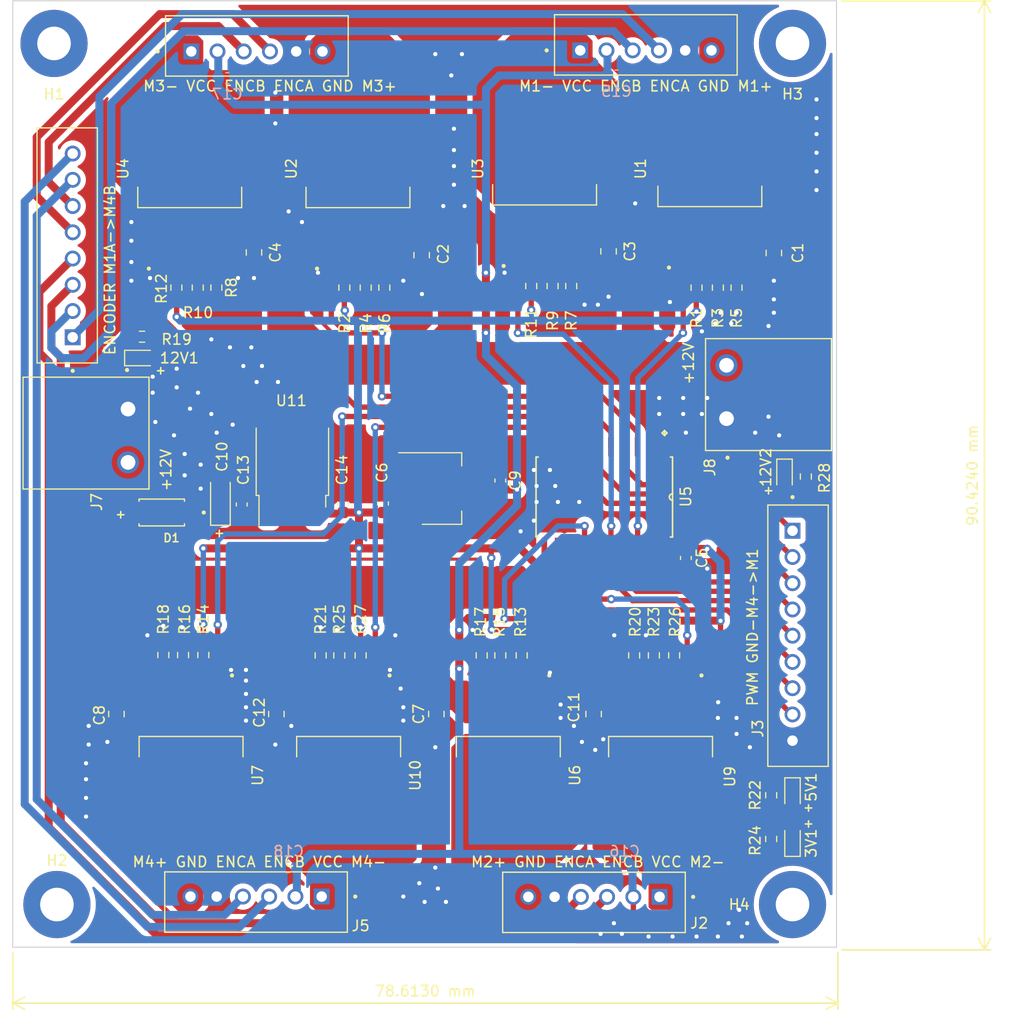
<source format=kicad_pcb>
(kicad_pcb (version 20221018) (generator pcbnew)
  (layers (0 "F.Cu" signal) (31 "B.Cu" signal) (34 "B.Paste" user) (35 "F.Paste" user) (36 "B.SilkS" user "B.Silkscreen") (37 "F.SilkS" user "F.Silkscreen") (38 "B.Mask" user) (39 "F.Mask" user) (44 "Edge.Cuts" user))
  (net 0 "")
  (net 1 "GND")
  (net 2 "Net-(3V1-A)")
  (net 3 "Net-(5V1-A)")
  (net 4 "Net-(12V1-A)")
  (net 5 "+12V")
  (net 6 "+5V")
  (net 7 "+3.3V")
  (net 8 "Net-(U11-IN)")
  (net 9 "M1-")
  (net 10 "M1_ENC_B")
  (net 11 "M1_ENC_A")
  (net 12 "M1+")
  (net 13 "M2-")
  (net 14 "M2_ENC_B")
  (net 15 "M2_ENC_A")
  (net 16 "M2+")
  (net 17 "M3-")
  (net 18 "M3_ENC_B")
  (net 19 "M3_ENC_A")
  (net 20 "M3+")
  (net 21 "M4-")
  (net 22 "M4_ENC_B")
  (net 23 "M4_ENC_A")
  (net 24 "M4+")
  (net 25 "Net-(U1-INH)")
  (net 26 "Net-(U2-INH)")
  (net 27 "Net-(U1-SR)")
  (net 28 "Net-(U2-SR)")
  (net 29 "Net-(U1-IS)")
  (net 30 "Net-(U2-IS)")
  (net 31 "Net-(U3-IS)")
  (net 32 "Net-(U4-IS)")
  (net 33 "Net-(U3-SR)")
  (net 34 "Net-(U4-SR)")
  (net 35 "Net-(U3-INH)")
  (net 36 "Net-(U4-INH)")
  (net 37 "Net-(U6-INH)")
  (net 38 "Net-(U7-INH)")
  (net 39 "Net-(U6-SR)")
  (net 40 "Net-(U7-SR)")
  (net 41 "Net-(U6-IS)")
  (net 42 "Net-(U7-IS)")
  (net 43 "Net-(U9-IS)")
  (net 44 "Net-(U10-IS)")
  (net 45 "Net-(U9-SR)")
  (net 46 "Net-(U10-SR)")
  (net 47 "Net-(U9-INH)")
  (net 48 "Net-(U10-INH)")
  (net 49 "M1_PWM_R'")
  (net 50 "M3_PWM_R'")
  (net 51 "M1_PWM_L'")
  (net 52 "M3_PWM_L'")
  (net 53 "M2_PWM_R'")
  (net 54 "M4_PWM_R'")
  (net 55 "M2_PWM_L'")
  (net 56 "M4_PWM_L'")
  (net 57 "M1_PWM_R")
  (net 58 "M1_PWM_L")
  (net 59 "M2_PWM_R")
  (net 60 "M2_PWM_L")
  (net 61 "M3_PWM_R")
  (net 62 "M3_PWM_L")
  (net 63 "M4_PWM_R")
  (net 64 "M4_PWM_L")
  (net 65 "Net-(12V2-A)")
  (net 66 "+12P")
  (footprint "Capacitor_SMD:C_0805_2012Metric_Pad1.18x1.45mm_HandSolder" (layer "F.Cu") (at 93.218 65.632 -90)
    (fp_text reference "C4")
    (fp_text value "470nF")
  )
  (footprint "Resistor_SMD:R_0603_1608Metric_Pad0.98x0.95mm_HandSolder" (layer "F.Cu") (at 89.636 68.9845 -90)
    (fp_text reference "R8")
    (fp_text value "1k")
  )
  (footprint "Resistor_SMD:R_0603_1608Metric_Pad0.98x0.95mm_HandSolder" (layer "F.Cu") (at 84.582 103.9895 90)
    (fp_text reference "R18")
    (fp_text value "1k")
  )
  (footprint "B6B-XH-A_LF__SN_:JST_B6B-XH-A(LF)(SN)" (layer "F.Cu") (at 125.6095 127.5535 180)
    (fp_text reference "J2")
    (fp_text value "B6B-XH-A(LF)(SN)")
  )
  (footprint "Resistor_SMD:R_0603_1608Metric_Pad0.98x0.95mm_HandSolder" (layer "F.Cu") (at 123.444 68.834 -90)
    (fp_text reference "R7")
    (fp_text value "1k")
  )
  (footprint "Capacitor_SMD:C_0805_2012Metric_Pad1.18x1.45mm_HandSolder" (layer "F.Cu") (at 109.194 65.886 90)
    (fp_text reference "C2")
    (fp_text value "470nF")
  )
  (footprint "Capacitor_SMD:C_0603_1608Metric_Pad1.08x0.95mm_HandSolder" (layer "F.Cu") (at 134.366 94.742 -90)
    (fp_text reference "C5" hide)
    (fp_text value "100nF")
  )
  (footprint "Resistor_SMD:R_0603_1608Metric_Pad0.98x0.95mm_HandSolder" (layer "F.Cu") (at 87.858 68.9845 -90)
    (fp_text reference "R10")
    (fp_text value "10k")
  )
  (footprint "BTS7960B:DPAK127P1490X440-8N" (layer "F.Cu") (at 102.235 114.4365 -90)
    (fp_text reference "U10")
    (fp_text value "BTS7960B")
  )
  (footprint "BTS7960B:DPAK127P1490X440-8N" (layer "F.Cu") (at 131.953 114.4365 -90)
    (fp_text reference "U9")
    (fp_text value "BTS7960B")
  )
  (footprint "BTS7960B:DPAK127P1490X440-8N" (layer "F.Cu") (at 103.124 58.674 90)
    (fp_text reference "U2")
    (fp_text value "BTS7960B")
  )
  (footprint "Resistor_SMD:R_0603_1608Metric_Pad0.98x0.95mm_HandSolder" (layer "F.Cu") (at 118.719 104.026 -90)
    (fp_text reference "R13")
    (fp_text value "10k")
  )
  (footprint "Capacitor_SMD:C_0603_1608Metric_Pad1.08x0.95mm_HandSolder" (layer "F.Cu") (at 105.512 89.5475 -90)
    (fp_text reference "C6")
    (fp_text value "100n")
  )
  (footprint "B8B-XH-A_LF__SN_:JST_B8B-XH-A(LF)(SN)" (layer "F.Cu") (at 75.421 64.964 90)
    (fp_text reference "J6" hide)
    (fp_text value "B8B-XH-A(LF)(SN)")
  )
  (footprint "MountingHole:MountingHole_3.2mm_M3_Pad" (layer "F.Cu") (at 74.168 45.72)
    (fp_text reference "H1")
    (fp_text value "MountingHole")
  )
  (footprint "Capacitor_Tantalum_SMD:CP_EIA-3216-18_Kemet-A_Pad1.58x1.35mm_HandSolder" (layer "F.Cu") (at 90.018 89.14 90)
    (fp_text reference "C10")
    (fp_text value "1u, 16V")
  )
  (footprint "BTS7960B:DPAK127P1490X440-8N" (layer "F.Cu") (at 117.449 114.4365 -90)
    (fp_text reference "U6")
    (fp_text value "BTS7960B")
  )
  (footprint "BTS7960B:DPAK127P1490X440-8N" (layer "F.Cu") (at 120.904 58.42 90)
    (fp_text reference "U3")
    (fp_text value "BTS7960B")
  )
  (footprint "Resistor_SMD:R_0603_1608Metric_Pad0.98x0.95mm_HandSolder" (layer "F.Cu") (at 103.378 104.026 -90)
    (fp_text reference "R27")
    (fp_text value "10k")
  )
  (footprint "Resistor_SMD:R_0603_1608Metric_Pad0.98x0.95mm_HandSolder" (layer "F.Cu") (at 101.828 68.9845 90)
    (fp_text reference "R2")
    (fp_text value "10k")
  )
  (footprint "Terminal_block_plug_5mm:TE_282814-2" (layer "F.Cu") (at 81.216 83.0945 -90)
    (fp_text reference "J7")
    (fp_text value "282814-2")
  )
  (footprint "Resistor_SMD:R_0603_1608Metric_Pad0.98x0.95mm_HandSolder" (layer "F.Cu") (at 142.494 117.348 -90)
    (fp_text reference "R22")
    (fp_text value "1k")
  )
  (footprint "Resistor_SMD:R_0603_1608Metric_Pad0.98x0.95mm_HandSolder" (layer "F.Cu") (at 103.86 68.9845 -90)
    (fp_text reference "R4")
    (fp_text value "10k")
  )
  (footprint "Resistor_SMD:R_0603_1608Metric_Pad0.98x0.95mm_HandSolder" (layer "F.Cu") (at 82.55 73.66)
    (fp_text reference "R19")
    (fp_text value "10k")
  )
  (footprint "Resistor_SMD:R_0603_1608Metric_Pad0.98x0.95mm_HandSolder" (layer "F.Cu") (at 86.4616 103.9895 90)
    (fp_text reference "R16")
    (fp_text value "10k")
  )
  (footprint "Capacitor_SMD:C_0805_2012Metric_Pad1.18x1.45mm_HandSolder" (layer "F.Cu") (at 142.748 65.686 90)
    (fp_text reference "C1")
    (fp_text value "470nF")
  )
  (footprint "Package_TO_SOT_SMD:TO-252-2" (layer "F.Cu") (at 96.876 85.4735 90)
    (fp_text reference "U11")
    (fp_text value "L7805")
  )
  (footprint "B6B-XH-A_LF__SN_:JST_B6B-XH-A(LF)(SN)" (layer "F.Cu") (at 93.492 45.957)
    (fp_text reference "J4" hide)
    (fp_text value "B6B-XH-A(LF)(SN)")
  )
  (footprint "Resistor_SMD:R_0603_1608Metric_Pad0.98x0.95mm_HandSolder" (layer "F.Cu") (at 139.192 68.988 -90)
    (fp_text reference "R5")
    (fp_text value "1k")
  )
  (footprint "BTS7960B:DPAK127P1490X440-8N" (layer "F.Cu") (at 87.096 58.674 90)
    (fp_text reference "U4")
    (fp_text value "BTS7960B")
  )
  (footprint "Capacitor_SMD:C_0805_2012Metric_Pad1.18x1.45mm_HandSolder" (layer "F.Cu") (at 127 65.532 -90)
    (fp_text reference "C3")
    (fp_text value "470nF")
  )
  (footprint "Resistor_SMD:R_0603_1608Metric_Pad0.98x0.95mm_HandSolder" (layer "F.Cu") (at 133.2484 104.026 -90)
    (fp_text reference "R26")
    (fp_text value "10k")
  )
  (footprint "Resistor_SMD:R_0603_1608Metric_Pad0.98x0.95mm_HandSolder" (layer "F.Cu") (at 142.494 121.5155 90)
    (fp_text reference "R24")
    (fp_text value "330")
  )
  (footprint "Capacitor_SMD:C_0603_1608Metric_Pad1.08x0.95mm_HandSolder" (layer "F.Cu") (at 116.688 87.362 -90)
    (fp_text reference "C9")
    (fp_text value "100n")
  )
  (footprint "Capacitor_SMD:C_0603_1608Metric_Pad1.08x0.95mm_HandSolder" (layer "F.Cu") (at 92.05 89.648 -90)
    (fp_text reference "C13")
    (fp_text value "100nF,50V")
  )
  (footprint "Resistor_SMD:R_0603_1608Metric_Pad0.98x0.95mm_HandSolder" (layer "F.Cu") (at 131.318 104.026 90)
    (fp_text reference "R23")
    (fp_text value "10k")
  )
  (footprint "RS1M:DIOM4330X250N" (layer "F.Cu") (at 84.43 90.41 180)
    (fp_text reference "D1")
    (fp_text value "RS1M")
  )
  (footprint "MountingHole:MountingHole_3.2mm_M3_Pad" (layer "F.Cu") (at 144.526 127.762)
    (fp_text reference "H4")
    (fp_text value "MountingHole")
  )
  (footprint "Resistor_SMD:R_0603_1608Metric_Pad0.98x0.95mm_HandSolder" (layer "F.Cu") (at 121.666 68.834 -90)
    (fp_text reference "R9")
    (fp_text value "10k")
  )
  (footprint "Capacitor_SMD:C_0603_1608Metric_Pad1.08x0.95mm_HandSolder" (layer "F.Cu") (at 101.702 89.5475 -90)
    (fp_text reference "C14")
    (fp_text value "100nF,50V")
  )
  (footprint "74HC244:SOIC127P1032X265-20N" (layer "F.Cu") (at 126.593 88.9365 -90)
    (fp_text reference "U5")
    (fp_text value "74HC244")
  )
  (footprint "Resistor_SMD:R_0603_1608Metric_Pad0.98x0.95mm_HandSolder" (layer "F.Cu") (at 135.382 68.988 90)
    (fp_text reference "R1" hide)
    (fp_text value "10k")
  )
  (footprint "B6B-XH-A_LF__SN_:JST_B6B-XH-A(LF)(SN)" (layer "F.Cu") (at 93.41425 127.525 180)
    (fp_text reference "J5")
    (fp_text value "B6B-XH-A(LF)(SN)")
  )
  (footprint "BTS7960B:DPAK127P1490X440-8N" (layer "F.Cu") (at 136.652 58.574 90)
    (fp_text reference "U1" hide)
    (fp_text value "BTS7960B")
  )
  (footprint "Resistor_SMD:R_0603_1608Metric_Pad0.98x0.95mm_HandSolder" (layer "F.Cu") (at 137.414 68.988 -90)
    (fp_text reference "R3")
    (fp_text value "10k")
  )
  (footprint "Resistor_SMD:R_0603_1608Metric_Pad0.98x0.95mm_HandSolder" (layer "F.Cu") (at 129.4384 104.026 90)
    (fp_text reference "R20")
    (fp_text value "1k")
  )
  (footprint "MountingHole:MountingHole_3.2mm_M3_Pad" (layer "F.Cu") (at 74.443 127.762)
    (fp_text reference "H2")
    (fp_text value "MountingHole")
  )
  (footprint "Resistor_SMD:R_0603_1608Metric_Pad0.98x0.95mm_HandSolder" (layer "F.Cu") (at 116.687 104.026 90)
    (fp_text reference "R15")
    (fp_text value "10k")
  )
  (footprint "Resistor_SMD:R_0603_1608Metric_Pad0.98x0.95mm_HandSolder" (layer "F.Cu") (at 114.909 104.026 90)
    (fp_text reference "R17")
    (fp_text value "1k")
  )
  (footprint "Capacitor_SMD:C_0805_2012Metric_Pad1.18x1.45mm_HandSolder" (layer "F.Cu") (at 95.351 109.6105 -90)
    (fp_text reference "C12")
    (fp_text value "470nF")
  )
  (footprint "LED_SMD:LED_0603_1608Metric_Pad1.05x0.95mm_HandSolder" (layer "F.Cu") (at 144.526 117.348 -90)
    (fp_text reference "5V1")
    (fp_text value "LED")
  )
  (footprint "Capacitor_SMD:C_0805_2012Metric_Pad1.18x1.45mm_HandSolder" (layer "F.Cu") (at 80.111 109.6105 90)
    (fp_text reference "C8" hide)
    (fp_text value "470nF")
  )
  (footprint "Capacitor_SMD:C_0805_2012Metric_Pad1.18x1.45mm_HandSolder" (layer "F.Cu") (at 125.577 109.6105 -90)
    (fp_text reference "C11")
    (fp_text value "470nF")
  )
  (footprint "Resistor_SMD:R_0603_1608Metric_Pad0.98x0.95mm_HandSolder" (layer "F.Cu") (at 88.392 103.9895 -90)
    (fp_text reference "R14")
    (fp_text value "10k")
  )
  (footprint "B9B-XH-A_LF__SN_:JST_B9B-XH-A(LF)(SN)" (layer "F.Cu") (at 145.051 102.148 -90)
    (fp_text reference "J3")
    (fp_text value "B9B-XH-A(LF)(SN)")
  )
  (footprint "B6B-XH-A_LF__SN_:JST_B6B-XH-A(LF)(SN)" (layer "F.Cu") (at 130.55 45.857)
    (fp_text reference "J1" hide)
    (fp_text value "B6B-XH-A(LF)(SN)")
  )
  (footprint "Resistor_SMD:R_0603_1608Metric_Pad0.98x0.95mm_HandSolder" (layer "F.Cu") (at 99.568 104.026 90)
    (fp_text reference "R21")
    (fp_text value "1k")
  )
  (footprint "LED_SMD:LED_0603_1608Metric_Pad1.05x0.95mm_HandSolder" (layer "F.Cu") (at 82.55 75.692)
    (fp_text reference "12V1")
    (fp_text value "LED")
  )
  (footprint "LED_SMD:LED_0603_1608Metric_Pad1.05x0.95mm_HandSolder" (layer "F.Cu") (at 143.764 86.981 -90)
    (fp_text reference "12V2")
    (fp_text value "LED")
  )
  (footprint "BTS7960B:DPAK127P1490X440-8N" (layer "F.Cu") (at 87.223 114.4365 -90)
    (fp_text reference "U7")
    (fp_text value "BTS7960B")
  )
  (footprint "Resistor_SMD:R_0603_1608Metric_Pad0.98x0.95mm_HandSolder" (layer "F.Cu") (at 85.826 68.9845 90)
    (fp_text reference "R12")
    (fp_text value "10k")
  )
  (footprint "Package_TO_SOT_SMD:SOT-223-3_TabPin2" (layer "F.Cu") (at 111.1 88.124)
    (fp_text reference "U8" hide)
    (fp_text value "AMS1117-3.3")
  )
  (footprint "MountingHole:MountingHole_3.2mm_M3_Pad" (layer "F.Cu") (at 144.526 45.72)
    (fp_text reference "H3")
    (fp_text value "MountingHole")
  )
  (footprint "Resistor_SMD:R_0603_1608Metric_Pad0.98x0.95mm_HandSolder" (layer "F.Cu") (at 101.346 104.026 90)
    (fp_text reference "R25")
    (fp_text value "10k")
  )
  (footprint "Resistor_SMD:R_0603_1608Metric_Pad0.98x0.95mm_HandSolder" (layer "F.Cu") (at 145.796 86.981 -90)
    (fp_text reference "R28")
    (fp_text value "10k")
  )
  (footprint "Resistor_SMD:R_0603_1608Metric_Pad0.98x0.95mm_HandSolder" (layer "F.Cu") (at 119.634 68.834 90)
    (fp_text reference "R11")
    (fp_text value "10k")
  )
  (footprint "LED_SMD:LED_0603_1608Metric_Pad1.05x0.95mm_HandSolder" (layer "F.Cu") (at 144.526 121.5155 90)
    (fp_text reference "3V1")
    (fp_text value "LED")
  )
  (footprint "Resistor_SMD:R_0603_1608Metric_Pad0.98x0.95mm_HandSolder" (layer "F.Cu") (at 105.638 68.9845 -90)
    (fp_text reference "R6")
    (fp_text value "1k")
  )
  (footprint "Capacitor_SMD:C_0805_2012Metric_Pad1.18x1.45mm_HandSolder" (layer "F.Cu") (at 110.591 109.6105 90)
    (fp_text reference "C7")
    (fp_text value "470nF")
  )
  (footprint "Terminal_block_plug_5mm:TE_282814-2" (layer "F.Cu") (at 138.24 78.925 90)
    (fp_text reference "J8")
    (fp_text value "282814-2")
  )
  (footprint "Capacitor_SMD:C_0603_1608Metric_Pad1.08x0.95mm_HandSolder" (layer "B.Cu") (at 127.762 48.768 180)
    (fp_text reference "C15")
    (fp_text value "100n")
  )
  (footprint "Capacitor_SMD:C_0603_1608Metric_Pad1.08x0.95mm_HandSolder" (layer "B.Cu") (at 128.4235 124.2425)
    (fp_text reference "C16")
    (fp_text value "100n")
  )
  (footprint "Capacitor_SMD:C_0603_1608Metric_Pad1.08x0.95mm_HandSolder" (layer "B.Cu") (at 90.678 49.022 180)
    (fp_text reference "C17")
    (fp_text value "100n")
  )
  (footprint "Capacitor_SMD:C_0603_1608Metric_Pad1.08x0.95mm_HandSolder" (layer "B.Cu") (at 96.44225 124.214)
    (fp_text reference "C18")
    (fp_text value "100n")
  )
  (gr_rect (start 70.231 41.656) (end 148.717 131.826) (stroke (width 0.1)) (fill none) (layer "Edge.Cuts"))
  (gr_text "M2+ GND ENCA ENCB VCC M2-" (at 125.984 123.698) (layer "F.SilkS") (effects (font (size 1 1))))
  (gr_text "ENCODER M1A->M4B" (at 79.502 67.31 90) (layer "F.SilkS") (effects (font (size 1 1))))
  (gr_text "+" (at 146.05 118.618 180) (layer "F.SilkS") (effects (font (size 0.787402 0.787402))))
  (gr_text "M4+ GND ENCA ENCB VCC M4-" (at 93.726 123.698) (layer "F.SilkS") (effects (font (size 1 1))))
  (gr_text "+" (at 142.24 88.392 180) (layer "F.SilkS") (effects (font (size 0.787402 0.787402))))
  (gr_text "U1" (at 130.048 57.658 90) (layer "F.SilkS") (effects (font (size 1 1))))
  (gr_text "+12V" (at 134.62 76.2 90) (layer "F.SilkS") (effects (font (size 1 1))))
  (gr_text "+" (at 146.05 120.142 180) (layer "F.SilkS") (effects (font (size 0.787402 0.787402))))
  (gr_text "M3- VCC ENCB ENCA GND M3+" (at 94.742 49.784) (layer "F.SilkS") (effects (font (size 1 1))))
  (gr_text "M1- VCC ENCB ENCA GND M1+" (at 130.556 49.784) (layer "F.SilkS") (effects (font (size 1 1))))
  (gr_text "R1" (at 135.382 71.882 90) (layer "F.SilkS") (effects (font (size 1 1))))
  (gr_text "C8" (at 78.486 109.728 90) (layer "F.SilkS") (effects (font (size 1 1))))
  (gr_text "+" (at 80.518 90.678 180) (layer "F.SilkS") (effects (font (size 0.787402 0.787402))))
  (gr_text "." (at 132.334 80.772) (layer "F.SilkS") (effects (font (size 5 5))))
  (gr_text "+" (at 89.916 92.456 180) (layer "F.SilkS") (effects (font (size 0.787402 0.787402))))
  (gr_text "PWM GND-M4->M1" (at 140.716 101.346 90) (layer "F.SilkS") (effects (font (size 1 1))))
  (gr_text "C5" (at 135.89 94.742 90) (layer "F.SilkS") (effects (font (size 1 1))))
  (gr_text "+" (at 84.328 76.962 180) (layer "F.SilkS") (effects (font (size 0.787402 0.787402))))
  (gr_text "+12V" (at 84.836 86.36 90) (layer "F.SilkS") (effects (font (size 1 1))))
  (dimension (type aligned) (layer "F.SilkS") (pts (xy 70.231 131.826) (xy 148.844 131.826)) (height 5.334) (gr_text "3095.0000 mils" (at 109.5375 136.01) (layer "F.SilkS") (effects (font (size 1 1) (thickness 0.15)))) (format (prefix "") (suffix "") (units 3) (units_format 1) (precision 4)) (style (thickness 0.15) (arrow_length 1.27) (text_position_mode 0) (extension_height 0.58642) (extension_offset 0.5) keep_text_aligned))
  (dimension (type aligned) (layer "F.SilkS") (pts (xy 148.717 41.656) (xy 148.717 132.08)) (height -14.097) (gr_text "3560.0000 mils" (at 161.664 86.868 90) (layer "F.SilkS") (effects (font (size 1 1) (thickness 0.15)))) (format (prefix "") (suffix "") (units 3) (units_format 1) (precision 4)) (style (thickness 0.15) (arrow_length 1.27) (text_position_mode 0) (extension_height 0.58642) (extension_offset 0.5) keep_text_aligned))
  (segment (start 95.25 53.34) (end 95.25 50.4005) (width 0.762) (layer "F.Cu") (net 1))
  (segment (start 101.702 85.954) (end 101.702 88.685) (width 0.762) (layer "F.Cu") (net 1))
  (segment (start 105.512 88.685) (end 101.702 88.685) (width 0.762) (layer "F.Cu") (net 1))
  (segment (start 137.414 69.9005) (end 139.192 69.9005) (width 0.508) (layer "F.Cu") (net 1))
  (segment (start 109.22 69.596) (end 109.22 66.9495) (width 1.27) (layer "F.Cu") (net 1))
  (segment (start 146.558 116.586) (end 146.558 114.18) (width 0.508) (layer "F.Cu") (net 1))
  (segment (start 90.018 84.3155) (end 89.916 84.2135) (width 0.762) (layer "F.Cu") (net 1))
  (segment (start 92.05 84.3155) (end 91.948 84.2135) (width 0.762) (layer "F.Cu") (net 1))
  (segment (start 91.948 84.2135) (end 89.916 84.2135) (width 0.762) (layer "F.Cu") (net 1))
  (segment (start 128.778 102.108) (end 129.4384 102.7684) (width 0.762) (layer "F.Cu") (net 1))
  (segment (start 110.49 124.2425) (end 110.49 110.749) (width 0.762) (layer "F.Cu") (net 1))
  (segment (start 138.176 84.1613) (end 135.128 84.1613) (width 0.508) (layer "F.Cu") (net 1))
  (segment (start 146.558 121.92) (end 146.558 116.586) (width 0.508) (layer "F.Cu") (net 1))
  (segment (start 99.9615 84.2135) (end 101.702 85.954) (width 0.762) (layer "F.Cu") (net 1))
  (segment (start 85.3805 80.5545) (end 89.0395 84.2135) (width 0.762) (layer "F.Cu") (net 1))
  (segment (start 93.218 66.6695) (end 93.218 68.072) (width 1.27) (layer "F.Cu") (net 1))
  (segment (start 146.558 114.18) (end 144.526 112.148) (width 0.508) (layer "F.Cu") (net 1))
  (segment (start 84.582 101.2085) (end 84.582 103.077) (width 0.762) (layer "F.Cu") (net 1))
  (segment (start 144.526 116.473) (end 146.445 116.473) (width 0.508) (layer "F.Cu") (net 1))
  (segment (start 96.876 84.2135) (end 91.948 84.2135) (width 0.762) (layer "F.Cu") (net 1))
  (segment (start 107.95 85.824) (end 107.95 84.836) (width 0.762) (layer "F.Cu") (net 1))
  (segment (start 105.638 69.897) (end 107.235 69.897) (width 0.508) (layer "F.Cu") (net 1))
  (segment (start 127 69.85) (end 127 67.056) (width 1.27) (layer "F.Cu") (net 1))
  (segment (start 137.4425 108.4865) (end 135.763 108.4865) (width 0.508) (layer "F.Cu") (net 1))
  (segment (start 96.876 84.2135) (end 99.9615 84.2135) (width 0.762) (layer "F.Cu") (net 1))
  (segment (start 81.216 78.578) (end 81.675 78.119) (width 0.508) (layer "F.Cu") (net 1))
  (segment (start 91.033 105.41) (end 91.033 108.4865) (width 0.762) (layer "F.Cu") (net 1))
  (segment (start 123.444 69.7465) (end 125.1185 69.7465) (width 0.508) (layer "F.Cu") (net 1))
  (segment (start 141.1735 69.9005) (end 142.748 68.326) (width 0.508) (layer "F.Cu") (net 1))
  (segment (start 107.95 84.836) (end 108.6247 84.1613) (width 0.762) (layer "F.Cu") (net 1))
  (segment (start 105.512 86.512) (end 106.2 85.824) (width 0.762) (layer "F.Cu") (net 1))
  (segment (start 127.540947 102.108) (end 128.778 102.108) (width 0.762) (layer "F.Cu") (net 1))
  (segment (start 80.015 110.744) (end 80.111 110.648) (width 1.27) (layer "F.Cu") (net 1))
  (segment (start 146.445 116.473) (end 146.558 116.586) (width 0.508) (layer "F.Cu") (net 1))
  (segment (start 114.046 101.6) (end 114.3 101.6) (width 0.762) (layer "F.Cu") (net 1))
  (segment (start 134.5195 95.758) (end 134.366 95.6045) (width 0.508) (layer "F.Cu") (net 1))
  (segment (start 146.0875 122.3905) (end 146.558 121.92) (width 0.508) (layer "F.Cu") (net 1))
  (segment (start 121.666 69.7465) (end 123.444 69.7465) (width 0.508) (layer "F.Cu") (net 1))
  (segment (start 132.842 64.524) (end 132.842 70.358) (width 0.508) (layer "F.Cu") (net 1))
  (segment (start 92.05 88.7855) (end 92.05 84.3155) (width 0.762) (layer "F.Cu") (net 1))
  (segment (start 77.47 110.744) (end 80.015 110.744) (width 1.27) (layer "F.Cu") (net 1))
  (segment (start 110.49 110.749) (end 110.591 110.648) (width 0.762) (layer "F.Cu") (net 1))
  (segment (start 83.312 64.65) (end 83.286 64.624) (width 0.762) (layer "F.Cu") (net 1))
  (segment (start 143.764 86.106) (end 141.8193 84.1613) (width 0.508) (layer "F.Cu") (net 1))
  (segment (start 123.444 69.7465) (end 126.8965 69.7465) (width 0.508) (layer "F.Cu") (net 1))
  (segment (start 89.0395 84.2135) (end 89.916 84.2135) (width 0.762) (layer "F.Cu") (net 1))
  (segment (start 81.216 80.5545) (end 81.216 78.578) (width 0.508) (layer "F.Cu") (net 1))
  (segment (start 87.858 69.897) (end 89.636 69.897) (width 0.508) (layer "F.Cu") (net 1))
  (segment (start 105.512 88.685) (end 105.512 86.512) (width 0.762) (layer "F.Cu") (net 1))
  (segment (start 99.314 64.624) (end 99.314 67.564) (width 0.508) (layer "F.Cu") (net 1))
  (segment (start 139.192 69.9005) (end 141.1735 69.9005) (width 0.508) (layer "F.Cu") (net 1))
  (segment (start 131.038 95.224) (end 131.572 95.758) (width 0.508) (layer "F.Cu") (net 1))
  (segment (start 126.8965 69.7465) (end 127 69.85) (width 0.508) (layer "F.Cu") (net 1))
  (segment (start 144.526 122.3905) (end 146.0875 122.3905) (width 0.508) (layer "F.Cu") (net 1))
  (segment (start 106.045 108.4865) (end 106.045 105.537) (width 0.762) (layer "F.Cu") (net 1))
  (segment (start 127 68.072) (end 127 66.5695) (width 1.27) (layer "F.Cu") (net 1))
  (segment (start 117.094 64.37) (end 117.094 67.564) (width 0.508) (layer "F.Cu") (net 1))
  (segment (start 134.2125 95.758) (end 134.366 95.6045) (width 0.508) (layer "F.Cu") (net 1))
  (segment (start 106.2 85.824) (end 107.95 85.824) (width 0.762) (layer "F.Cu") (net 1))
  (segment (start 95.351 110.648) (end 95.351 112.421) (width 0.762) (layer "F.Cu") (net 1))
  (segment (start 101.346 103.1135) (end 99.568 103.1135) (width 0.762) (layer "F.Cu") (net 1))
  (segment (start 121.259 105.817) (end 121.259 108.4865) (width 0.762) (layer "F.Cu") (net 1))
  (segment (start 125.481 110.744) (end 125.577 110.648) (width 1.27) (layer "F.Cu") (net 1))
  (segment (start 123.698 110.744) (end 125.481 110.744) (width 1.27) (layer "F.Cu") (net 1))
  (segment (start 121.412 105.664) (end 121.259 105.817) (width 0.762) (layer "F.Cu") (net 1))
  (segment (start 136.398 95.758) (end 134.5195 95.758) (width 0.508) (layer "F.Cu") (net 1))
  (segment (start 131.038 93.7117) (end 131.038 95.224) (width 0.508) (layer "F.Cu") (net 1))
  (segment (start 86.4616 103.077) (end 84.582 103.077) (width 0.762) (layer "F.Cu") (net 1))
  (segment (start 114.3 101.6) (end 114.909 102.209) (width 0.762) (layer "F.Cu") (net 1))
  (segment (start 109.22 66.9495) (end 109.194 66.9235) (width 1.27) (layer "F.Cu") (net 1))
  (segment (start 81.675 78.119) (end 81.675 75.692) (width 0.508) (layer "F.Cu") (net 1))
  (segment (start 99.568 101.346) (end 99.568 103.1135) (width 0.762) (layer "F.Cu") (net 1))
  (segment (start 83.312 68.072) (end 83.312 64.65) (width 0.762) (layer "F.Cu") (net 1))
  (segment (start 131.572 95.758) (end 134.2125 95.758) (width 0.508) (layer "F.Cu") (net 1))
  (segment (start 141.8193 84.1613) (end 138.176 84.1613) (width 0.508) (layer "F.Cu") (net 1))
  (segment (start 106.045 105.537) (end 106.172 105.41) (width 0.762) (layer "F.Cu") (net 1))
  (segment (start 90.018 87.7025) (end 90.018 84.3155) (width 0.762) (layer "F.Cu") (net 1))
  (segment (start 116.687 103.1135) (end 114.909 103.1135) (width 0.762) (layer "F.Cu") (net 1))
  (segment (start 108.6247 84.1613) (end 120.878 84.1613) (width 0.762) (layer "F.Cu") (net 1))
  (segment (start 142.748 66.7235) (end 142.748 68.326) (width 1.27) (layer "F.Cu") (net 1))
  (segment (start 114.909 102.209) (end 114.909 103.1135) (width 0.762) (layer "F.Cu") (net 1))
  (segment (start 129.4384 102.7684) (end 129.4384 103.1135) (width 0.762) (layer "F.Cu") (net 1))
  (segment (start 95.351 112.421) (end 95.25 112.522) (width 0.762) (layer "F.Cu") (net 1))
  (segment (start 131.318 103.1135) (end 129.4384 103.1135) (width 0.762) (layer "F.Cu") (net 1))
  (segment (start 103.86 69.897) (end 105.638 69.897) (width 0.508) (layer "F.Cu") (net 1))
  (segment (start 116.688 84.328) (end 116.688 86.4995) (width 0.762) (layer "F.Cu") (net 1))
  (segment (start 138.176 84.1613) (end 138.24 84.0973) (width 0.508) (layer "F.Cu") (net 1))
  (segment (start 132.308 84.1613) (end 135.5487 84.1613) (width 0.508) (layer "F.Cu") (net 1))
  (segment (start 138.24 84.0973) (end 138.24 81.465) (width 0.508) (layer "F.Cu") (net 1))
  (segment (start 81.216 80.5545) (end 85.3805 80.5545) (width 0.762) (layer "F.Cu") (net 1))
  (via (at 139.7 130.81) (size 0.8) (drill 0.4) (layers "F.Cu" "B.Cu") (net 1))
  (via (at 146.812 59.69) (size 0.8) (drill 0.4) (layers "F.Cu" "B.Cu") (net 1))
  (via (at 119.888 91.186) (size 0.8) (drill 0.4) (layers "F.Cu" "B.Cu") (net 1))
  (via (at 92.456 110.236) (size 0.8) (drill 0.4) (layers "F.Cu" "B.Cu") (net 1))
  (via (at 91.033 105.41) (size 0.8) (drill 0.4) (layers "F.Cu" "B.Cu") (net 1))
  (via (at 137.414 109.982) (size 0.8) (drill 0.4) (layers "F.Cu" "B.Cu") (net 1))
  (via (at 139.446 128.27) (size 0.8) (drill 0.4) (layers "F.Cu" "B.Cu") (net 1))
  (via (at 124.714 70.612) (size 0.8) (drill 0.4) (layers "F.Cu" "B.Cu") (net 1))
  (via (at 113.284 61.214) (size 0.8) (drill 0.4) (layers "F.Cu" "B.Cu") (net 1))
  (via (at 139.192 111.506) (size 0.8) (drill 0.4) (layers "F.Cu" "B.Cu") (net 1))
  (via (at 124.46 112.268) (size 0.8) (drill 0.4) (layers "F.Cu" "B.Cu") (net 1))
  (via (at 142.24 72.644) (size 0.8) (drill 0.4) (layers "F.Cu" "B.Cu") (net 1))
  (via (at 122.174 89.408) (size 0.8) (drill 0.4) (layers "F.Cu" "B.Cu") (net 1))
  (via (at 122.428 108.712) (size 0.8) (drill 0.4) (layers "F.Cu" "B.Cu") (net 1))
  (via (at 146.812 54.356) (size 0.8) (drill 0.4) (layers "F.Cu" "B.Cu") (net 1))
  (via (at 127.540947 102.108) (size 0.8) (drill 0.4) (layers "F.Cu" "B.Cu") (net 1))
  (via (at 77.47 112.522) (size 0.8) (drill 0.4) (layers "F.Cu" "B.Cu") (net 1))
  (via (at 137.414 130.81) (size 0.8) (drill 0.4) (layers "F.Cu" "B.Cu") (net 1))
  (via (at 79.248 112.268) (size 0.8) (drill 0.4) (layers "F.Cu" "B.Cu") (net 1))
  (via (at 95.25 112.522) (size 0.8) (drill 0.4) (layers "F.Cu" "B.Cu") (net 1))
  (via (at 125.73 113.03) (size 0.8) (drill 0.4) (layers "F.Cu" "B.Cu") (net 1))
  (via (at 142.748 68.326) (size 0.8) (drill 0.4) (layers "F.Cu" "B.Cu") (net 1))
  (via (at 92.456 106.426) (size 0.8) (drill 0.4) (layers "F.Cu" "B.Cu") (net 1))
  (via (at 125.984 70.612) (size 0.8) (drill 0.4) (layers "F.Cu" "B.Cu") (net 1))
  (via (at 137.16 72.39) (size 0.8) (drill 0.4) (layers "F.Cu" "B.Cu") (net 1))
  (via (at 142.24 81.28) (size 0.8) (drill 0.4) (layers "F.Cu" "B.Cu") (net 1))
  (via (at 110.49 46.736) (size 0.8) (drill 0.4) (layers "F.Cu" "B.Cu") (net 1))
  (via (at 110.744 126.238) (size 0.8) (drill 0.4) (layers "F.Cu" "B.Cu") (net 1))
  (via (at 133.096 130.81) (size 0.8) (drill 0.4) (layers "F.Cu" "B.Cu") (net 1))
  (via (at 88.138 88.138) (size 0.8) (drill 0.4) (layers "F.Cu" "B.Cu") (net 1))
  (via (at 89.154 81.026) (size 0.8) (drill 0.4) (layers "F.Cu" "B.Cu") (net 1))
  (via (at 135.89 81.026) (size 0.8) (drill 0.4) (layers "F.Cu" "B.Cu") (net 1))
  (via (at 110.49 112.776) (size 0.8) (drill 0.4) (layers "F.Cu" "B.Cu") (net 1))
  (via (at 120.142 89.408) (size 0.8) (drill 0.4) (layers "F.Cu" "B.Cu") (net 1))
  (via (at 93.218 68.072) (size 0.8) (drill 0.4) (layers "F.Cu" "B.Cu") (net 1))
  (via (at 91.186 82.042) (size 0.8) (drill 0.4) (layers "F.Cu" "B.Cu") (net 1))
  (via (at 121.92 87.884) (size 0.8) (drill 0.4) (layers "F.Cu" "B.Cu") (net 1))
  (via (at 107.442 110.236) (size 0.8) (drill 0.4) (layers "F.Cu" "B.Cu") (net 1))
  (via (at 117.094 67.564) (size 0.8) (drill 0.4) (layers "F.Cu" "B.Cu") (net 1))
  (via (at 120.142 87.884) (size 0.8) (drill 0.4) (layers "F.Cu" "B.Cu") (net 1))
  (via (at 85.598 83.058) (size 0.8) (drill 0.4) (layers "F.Cu" "B.Cu") (net 1))
  (via (at 85.852 78.486) (size 0.8) (drill 0.4) (layers "F.Cu" "B.Cu") (net 1))
  (via (at 106.68 102.108) (size 0.8) (drill 0.4) (layers "F.Cu" "B.Cu") (net 1))
  (via (at 85.852 76.708) (size 0.8) (drill 0.4) (layers "F.Cu" "B.Cu") (net 1))
  (via (at 135.382 130.81) (size 0.8) (drill 0.4) (layers "F.Cu" "B.Cu") (net 1))
  (via (at 95.25 50.4005) (size 0.8) (drill 0.4) (layers "F.Cu" "B.Cu") (net 1))
  (via (at 91.694 68.072) (size 0.8) (drill 0.4) (layers "F.Cu" "B.Cu") (net 1))
  (via (at 139.192 109.982) (size 0.8) (drill 0.4) (layers "F.Cu" "B.Cu") (net 1))
  (via (at 77.216 119.38) (size 0.8) (drill 0.4) (layers "F.Cu" "B.Cu") (net 1))
  (via (at 112.268 53.848) (size 0.8) (drill 0.4) (layers "F.Cu" "B.Cu") (net 1))
  (via (at 138.684 72.39) (size 0.8) (drill 0.4) (layers "F.Cu" "B.Cu") (net 1))
  (via (at 130.556 102.108) (size 0.8) (drill 0.4) (layers "F.Cu" "B.Cu") (net 1))
  (via (at 121.412 86.36) (size 0.8) (drill 0.4) (layers "F.Cu" "B.Cu") (net 1))
  (via (at 131.826 79.502) (size 0.8) (drill 0.4) (layers "F.Cu" "B.Cu") (net 1))
  (via (at 93.98 76.454) (size 0.8) (drill 0.4) (layers "F.Cu" "B.Cu") (net 1))
  (via (at 93.472 77.978) (size 0.8) (drill 0.4) (layers "F.Cu" "B.Cu") (net 1))
  (via (at 122.428 109.982) (size 0.8) (drill 0.4) (layers "F.Cu" "B.Cu") (net 1))
  (via (at 119.888 86.36) (size 0.8) (drill 0.4) (layers "F.Cu" "B.Cu") (net 1))
  (via (at 84.582 101.2085) (size 0.8) (drill 0.4) (layers "F.Cu" "B.Cu") (net 1))
  (via (at 128.27 130.556) (size 0.8) (drill 0.4) (layers "F.Cu" "B.Cu") (net 1))
  (via (at 132.842 70.358) (size 0.8) (drill 0.4) (layers "F.Cu" "B.Cu") (net 1))
  (via (at 112.268 57.404) (size 0.8) (drill 0.4) (layers "F.Cu" "B.Cu") (net 1))
  (via (at 129.54 60.96) (size 0.8) (drill 0.4) (layers "F.Cu" "B.Cu") (net 1))
  (via (at 134.112 81.026) (size 0.8) (drill 0.4) (layers "F.Cu" "B.Cu") (net 1))
  (via (at 121.412 105.664) (size 0.8) (drill 0.4) (layers "F.Cu" "B.Cu") (net 1))
  (via (at 111.252 61.214) (size 0.8) (drill 0.4) (layers "F.Cu" "B.Cu") (net 1))
  (via (at 126.238 130.556) (size 0.8) (drill 0.4) (layers "F.Cu" "B.Cu") (net 1))
  (via (at 101.092 101.6) (size 0.8) (drill 0.4) (layers "F.Cu" "B.Cu") (net 1))
  (via (at 99.314 67.564) (size 0.8) (drill 0.4) (layers "F.Cu" "B.Cu") (net 1))
  (via (at 140.208 129.54) (size 0.8) (drill 0.4) (layers "F.Cu" "B.Cu") (net 1))
  (via (at 108.966 125.73) (size 0.8) (drill 0.4) (layers "F.Cu" "B.Cu") (net 1))
  (via (at 114.046 101.6) (size 0.8) (drill 0.4) (layers "F.Cu" "B.Cu") (net 1))
  (via (at 139.192 71.374) (size 0.8) (drill 0.4) (layers "F.Cu" "B.Cu") (net 1))
  (via (at 123.698 110.744) (size 0.8) (drill 0.4) (layers "F.Cu" "B.Cu") (net 1))
  (via (at 127.508 129.54) (size 0.8) (drill 0.4) (layers "F.Cu" "B.Cu") (net 1))
  (via (at 81.534 66.548) (size 0.8) (drill 0.4) (layers "F.Cu" "B.Cu") (net 1))
  (via (at 136.398 79.502) (size 0.8) (drill 0.4) (layers "F.Cu" "B.Cu") (net 1))
  (via (at 89.154 73.914) (size 0.8) (drill 0.4) (layers "F.Cu" "B.Cu") (net 1))
  (via (at 89.662 82.804) (size 0.8) (drill 0.4) (layers "F.Cu" "B.Cu") (net 1))
  (via (at 118.618 92.202) (size 0.8) (drill 0.4) (layers "F.Cu" "B.Cu") (net 1))
  (via (at 83.566 78.994) (size 0.8) (drill 0.4) (layers "F.Cu" "B.Cu") (net 1))
  (via (at 138.43 129.54) (size 0.8) (drill 0.4) (layers "F.Cu" "B.Cu") (net 1))
  (via (at 113.03 46.736) (size 0.8) (drill 0.4) (layers "F.Cu" "B.Cu") (net 1))
  (via (at 111.506 127.508) (size 0.8) (drill 0.4) (layers "F.Cu" "B.Cu") (net 1))
  (via (at 112.268 55.88) (size 0.8) (drill 0.4) (layers "F.Cu" "B.Cu") (net 1))
  (via (at 137.4425 108.4865) (size 0.8) (drill 0.4) (layers "F.Cu" "B.Cu") (net 1))
  (via (at 97.79 62.738) (size 0.8) (drill 0.4) (layers "F.Cu" "B.Cu") (net 1))
  (via (at 130.81 130.81) (size 0.8) (drill 0.4) (layers "F.Cu" "B.Cu") (net 1))
  (via (at 77.216 117.602) (size 0.8) (drill 0.4) (layers "F.Cu" "B.Cu") (net 1))
  (via (at 92.456 107.696) (size 0.8) (drill 0.4) (layers "F.Cu" "B.Cu") (net 1))
  (via (at 134.112 79.502) (size 0.8) (drill 0.4) (layers "F.Cu" "B.Cu") (net 1))
  (via (at 146.812 56.134) (size 0.8) (drill 0.4) (layers "F.Cu" "B.Cu") (net 1))
  (via (at 95.25 53.34) (size 0.8) (drill 0.4) (layers "F.Cu" "B.Cu") (net 1))
  (via (at 81.534 68.326) (size 0.8) (drill 0.4) (layers "F.Cu" "B.Cu") (net 1))
  (via (at 143.256 83.058) (size 0.8) (drill 0.4) (layers "F.Cu" "B.Cu") (net 1))
  (via (at 134.366 82.804) (size 0.8) (drill 0.4) (layers "F.Cu" "B.Cu") (net 1))
  (via (at 83.312 68.072) (size 0.8) (drill 0.4) (layers "F.Cu" "B.Cu") (net 1))
  (via (at 124.206 89.408) (size 0.8) (drill 0.4) (layers "F.Cu" "B.Cu") (net 1))
  (via (at 87.884 78.994) (size 0.8) (drill 0.4) (layers "F.Cu" "B.Cu") (net 1))
  (via (at 146.812 57.912) (size 0.8) (drill 0.4) (layers "F.Cu" "B.Cu") (net 1))
  (via (at 112.268 59.182) (size 0.8) (drill 0.4) (layers "F.Cu" "B.Cu") (net 1))
  (via (at 107.188 107.188) (size 0.8) (drill 0.4) (layers "F.Cu" "B.Cu") (net 1))
  (via (at 110.49 124.2425) (size 0.8) (drill 0.4) (layers "F.Cu" "B.Cu") (net 1))
  (via (at 95.504 77.978) (size 0.8) (drill 0.4) (layers "F.Cu" "B.Cu") (net 1))
  (via (at 83.058 102.108) (size 0.8) (drill 0.4) (layers "F.Cu" "B.Cu") (net 1))
  (via (at 109.22 69.596) (size 0.8) (drill 0.4) (layers "F.Cu" "B.Cu") (net 1))
  (via (at 92.964 74.676) (size 0.8) (drill 0.4) (layers "F.Cu" "B.Cu") (net 1))
  (via (at 142.748 70.104) (size 0.8) (drill 0.4) (layers "F.Cu" "B.Cu") (net 1))
  (via (at 83.566 77.47) (size 0.8) (drill 0.4) (layers "F.Cu" "B.Cu") (net 1))
  (via (at 88.138 85.852) (size 0.8) (drill 0.4) (layers "F.Cu" "B.Cu") (net 1))
  (via (at 86.614 84.836) (size 0.8) (drill 0.4) (layers "F.Cu" "B.Cu") (net 1))
  (via (at 109.474 127.508) (size 0.8) (drill 0.4) (layers "F.Cu" "B.Cu") (net 1))
  (via (at 112.014 48.768) (size 0.8) (drill 0.4) (layers "F.Cu" "B.Cu") (net 1))
  (via (at 146.812 52.832) (size 0.8) (drill 0.4) (layers "F.Cu" "B.Cu") (net 1))
  (via (at 86.36 101.346) (size 0.8) (drill 0.4) (layers "F.Cu" "B.Cu") (net 1))
  (via (at 87.122 80.518) (size 0.8) (drill 0.4) (layers "F.Cu" "B.Cu") (net 1))
  (via (at 126.492 112.014) (size 0.8) (drill 0.4) (layers "F.Cu" "B.Cu") (net 1))
  (via (at 92.456 108.966) (size 0.8) (drill 0.4) (layers "F.Cu" "B.Cu") (net 1))
  (via (at 107.442 68.326) (size 0.8) (drill 0.4) (layers "F.Cu" "B.Cu") (net 1))
  (via (at 96.774 110.744) (size 0.8) (drill 0.4) (layers "F.Cu" "B.Cu") (net 1))
  (via (at 96.52 61.722) (size 0.8) (drill 0.4) (layers "F.Cu" "B.Cu") (net 1))
  (via (at 92.202 76.454) (size 0.8) (drill 0.4) (layers "F.Cu" "B.Cu") (net 1))
  (via (at 107.442 127) (size 0.8) (drill 0.4) (layers "F.Cu" "B.Cu") (net 1))
  (via (at 77.47 110.744) (size 0.8) (drill 0.4) (layers "F.Cu" "B.Cu") (net 1))
  (via (at 92.456 105.41) (size 0.8) (drill 0.4) (layers "F.Cu" "B.Cu") (net 1))
  (via (at 106.172 105.41) (size 0.8) (drill 0.4) (layers "F.Cu" "B.Cu") (net 1))
  (via (at 131.826 81.026) (size 0.8) (drill 0.4) (layers "F.Cu" "B.Cu") (net 1))
  (via (at 140.462 112.776) (size 0.8) (drill 0.4) (layers "F.Cu" "B.Cu") (net 1))
  (via (at 77.216 114.3) (size 0.8) (drill 0.4) (layers "F.Cu" "B.Cu") (net 1))
  (via (at 135.89 73.152) (size 0.8) (drill 0.4) (layers "F.Cu" "B.Cu") (net 1))
  (via (at 81.534 64.516) (size 0.8) (drill 0.4) (layers "F.Cu" "B.Cu") (net 1))
  (via (at 77.216 115.824) (size 0.8) (drill 0.4) (layers "F.Cu" "B.Cu") (net 1))
  (via (at 99.568 101.346) (size 0.8) (drill 0.4) (layers "F.Cu" "B.Cu") (net 1))
  (via (at 140.97 82.804) (size 0.8) (drill 0.4) (layers "F.Cu" "B.Cu") (net 1))
  (via (at 137.668 71.374) (size 0.8) (drill 0.4) (layers "F.Cu" "B.Cu") (net 1))
  (via (at 127 69.85) (size 0.8) (drill 0.4) (layers "F.Cu" "B.Cu") (net 1))
  (via (at 90.932 74.676) (size 0.8) (drill 0.4) (layers "F.Cu" "B.Cu") (net 1))
  (via (at 136.398 95.758) (size 0.8) (drill 0.4) (layers "F.Cu" "B.Cu") (net 1))
  (via (at 83.82 81.788) (size 0.8) (drill 0.4) (layers "F.Cu" "B.Cu") (net 1))
  (via (at 81.534 62.738) (size 0.8) (drill 0.4) (layers "F.Cu" "B.Cu") (net 1))
  (via (at 142.748 71.374) (size 0.8) (drill 0.4) (layers "F.Cu" "B.Cu") (net 1))
  (via (at 107.442 108.966) (size 0.8) (drill 0.4) (layers "F.Cu" "B.Cu") (net 1))
  (via (at 146.812 51.054) (size 0.8) (drill 0.4) (layers "F.Cu" "B.Cu") (net 1))
  (via (at 86.614 86.868) (size 0.8) (drill 0.4) (layers "F.Cu" "B.Cu") (net 1))
  (segment (start 128.6245 48.768) (end 131.914 48.768) (width 0.762) (layer "B.Cu") (net 1))
  (segment (start 127.540947 102.108) (end 127.540947 103.853053) (width 0.762) (layer "B.Cu") (net 1))
  (segment (start 84.481 101.3095) (end 84.481 103.5955) (width 0.762) (layer "B.Cu") (net 1))
  (segment (start 127 69.85) (end 127 68.326) (width 1.27) (layer "B.Cu") (net 1))
  (segment (start 81.04125 80.5545) (end 81.216 80.5545) (width 1.27) (layer "B.Cu") (net 1))
  (segment (start 95.57975 124.214) (end 92.45025 124.214) (width 0.762) (layer "B.Cu") (net 1))
  (segment (start 81.28 71.628) (end 82.55 70.358) (width 1.27) (layer "B.Cu") (net 1))
  (segment (start 108.712 110.998) (end 110.49 112.776) (width 1.27) (layer "B.Cu") (net 1))
  (segment (start 119.634 68.326) (end 118.218 69.742) (width 1.27) (layer "B.Cu") (net 1))
  (segment (start 99.822 103.886) (end 135.128 103.886) (width 1.27) (layer "B.Cu") (net 1))
  (segment (start 95.25 69.488) (end 95.504 69.742) (width 0.762) (layer "B.Cu") (net 1))
  (segment (start 77.216 103.886) (end 76.962 104.14) (width 1.27) (layer "B.Cu") (net 1))
  (segment (start 76.962 110.236) (end 76.962 84.63375) (width 1.27) (layer "B.Cu") (net 1))
  (segment (start 91.5405 49.8845) (end 91.5405 49.022) (width 0.762) (layer "B.Cu") (net 1))
  (segment (start 93.98 120.142) (end 95.57975 121.74175) (width 1.27) (layer "B.Cu") (net 1))
  (segment (start 94.702 49.022) (end 91.5405 49.022) (width 0.762) (layer "B.Cu") (net 1))
  (segment (start 94.742 69.742) (end 93.218 69.742) (width 1.27) (layer "B.Cu") (net 1))
  (segment (start 140.716 110.236) (end 142.628 112.148) (width 1.27) (layer "B.Cu") (net 1))
  (segment (start 108.712 103.886) (end 108.712 105.41) (width 1.27) (layer "B.Cu") (net 1))
  (segment (start 108.712 105.41) (end 108.712 110.998) (width 1.27) (layer "B.Cu") (net 1))
  (segment (start 109.366 69.742) (end 117.094 69.742) (width 1.27) (layer "B.Cu") (net 1))
  (segment (start 91.033 103.886) (end 91.033 105.41) (width 0.762) (layer "B.Cu") (net 1))
  (segment (start 127 68.326) (end 119.634 68.326) (width 1.27) (layer "B.Cu") (net 1))
  (segment (start 128.6245 48.768) (end 128.6245 67.9185) (width 0.762) (layer "B.Cu") (net 1))
  (segment (start 99.467 101.447) (end 99.467 103.378) (width 0.762) (layer "B.Cu") (net 1))
  (segment (start 137.4425 108.4865) (end 137.4425 104.3655) (width 0.508) (layer "B.Cu") (net 1))
  (segment (start 76.962 84.63375) (end 81.04125 80.5545) (width 1.27) (layer "B.Cu") (net 1))
  (segment (start 142.628 112.148) (end 144.526 112.148) (width 1.27) (layer "B.Cu") (net 1))
  (segment (start 95.504 69.742) (end 94.742 69.742) (width 0.762) (layer "B.Cu") (net 1))
  (segment (start 95.25 50.4005) (end 92.0565 50.4005) (width 0.762) (layer "B.Cu") (net 1))
  (segment (start 110.49 124.2425) (end 124.6455 124.2425) (width 0.762) (layer "B.Cu") (net 1))
  (segment (start 95.25 53.34) (end 95.25 69.488) (width 0.762) (layer "B.Cu") (net 1))
  (segment (start 123.698 103.886) (end 123.698 105.664) (width 1.27) (layer "B.Cu") (net 1))
  (segment (start 81.28 80.4905) (end 81.28 71.628) (width 1.27) (layer "B.Cu") (net 1))
  (segment (start 83.166 69.742) (end 82.55 70.358) (width 1.27) (layer "B.Cu") (net 1))
  (segment (start 140.716 80.518) (end 140.716 68.326) (width 1.27) (layer "B.Cu") (net 1))
  (segment (start 109.366 69.742) (end 99.314 69.742) (width 1.27) (layer "B.Cu") (net 1))
  (segment (start 131.914 48.768) (end 134.3 46.382) (width 0.762) (layer "B.Cu") (net 1))
  (segment (start 93.218 68.072) (end 93.218 69.742) (width 1.27) (layer "B.Cu") (net 1))
  (segment (start 121.8595 124.2425) (end 121.8595 127.0285) (width 0.762) (layer "B.Cu") (net 1))
  (segment (start 118.218 69.742) (end 117.094 69.742) (width 1.27) (layer "B.Cu") (net 1))
  (segment (start 123.698 110.744) (end 123.698 109.982) (width 1.27) (layer "B.Cu") (net 1))
  (segment (start 77.47 110.744) (end 76.962 110.236) (width 1.27) (layer "B.Cu") (net 1))
  (segment (start 117.094 67.564) (end 117.094 69.742) (width 0.508) (layer "B.Cu") (net 1))
  (segment (start 93.218 69.742) (end 83.166 69.742) (width 1.27) (layer "B.Cu") (net 1))
  (segment (start 136.398 103.886) (end 136.398 95.758) (width 0.508) (layer "B.Cu") (net 1))
  (segment (start 92.0565 50.4005) (end 91.5405 49.8845) (width 0.762) (layer "B.Cu") (net 1))
  (segment (start 121.412 105.664) (end 123.698 105.664) (width 0.762) (layer "B.Cu") (net 1))
  (segment (start 82.55 70.358) (end 83.312 69.596) (width 0.762) (layer "B.Cu") (net 1))
  (segment (start 84.582 101.2085) (end 84.481 101.3095) (width 0.762) (layer "B.Cu") (net 1))
  (segment (start 95.57975 121.74175) (end 95.57975 124.214) (width 1.27) (layer "B.Cu") (net 1))
  (segment (start 91.033 103.886) (end 99.822 103.886) (width 1.27) (layer "B.Cu") (net 1))
  (segment (start 99.314 67.564) (end 99.314 69.742) (width 0.508) (layer "B.Cu") (net 1))
  (segment (start 114.046 101.6) (end 114.046 103.886) (width 0.762) (layer "B.Cu") (net 1))
  (segment (start 83.312 69.596) (end 83.312 68.072) (width 0.762) (layer "B.Cu") (net 1))
  (segment (start 135.128 103.886) (end 139.192 103.886) (width 1.27) (layer "B.Cu") (net 1))
  (segment (start 123.698 105.664) (end 123.698 110.744) (width 1.27) (layer "B.Cu") (net 1))
  (segment (start 93.98 112.522) (end 93.98 120.142) (width 1.27) (layer "B.Cu") (net 1))
  (segment (start 127.561 124.2425) (end 124.6455 124.2425) (width 0.762) (layer "B.Cu") (net 1))
  (segment (start 139.769 81.465) (end 140.716 80.518) (width 1.27) (layer "B.Cu") (net 1))
  (segment (start 95.25 112.522) (end 93.98 112.522) (width 0.762) (layer "B.Cu") (net 1))
  (segment (start 99.568 101.346) (end 99.467 101.447) (width 0.762) (layer "B.Cu") (net 1))
  (segment (start 84.481 103.5955) (end 84.227 103.8495) (width 0.762) (layer "B.Cu") (net 1))
  (segment (start 81.216 80.5545) (end 81.28 80.4905) (width 1.27) (layer "B.Cu") (net 1))
  (segment (start 93.98 110.236) (end 93.98 112.522) (width 1.27) (layer "B.Cu") (net 1))
  (segment (start 142.748 68.326) (end 127 68.326) (width 1.27) (layer "B.Cu") (net 1))
  (segment (start 138.24 81.465) (end 139.769 81.465) (width 1.27) (layer "B.Cu") (net 1))
  (segment (start 91.033 103.886) (end 77.216 103.886) (width 1.27) (layer "B.Cu") (net 1))
  (segment (start 99.314 69.742) (end 94.742 69.742) (width 1.27) (layer "B.Cu") (net 1))
  (segment (start 97.242 46.482) (end 94.702 49.022) (width 0.762) (layer "B.Cu") (net 1))
  (segment (start 92.45025 124.214) (end 89.66425 127) (width 0.762) (layer "B.Cu") (net 1))
  (segment (start 124.6455 124.2425) (end 121.8595 124.2425) (width 0.762) (layer "B.Cu") (net 1))
  (segment (start 135.128 103.886) (end 136.398 103.886) (width 0.508) (layer "B.Cu") (net 1))
  (segment (start 106.172 105.41) (end 108.712 105.41) (width 0.762) (layer "B.Cu") (net 1))
  (segment (start 139.192 103.886) (end 140.716 105.41) (width 1.27) (layer "B.Cu") (net 1))
  (segment (start 140.716 105.41) (end 140.716 110.236) (width 1.27) (layer "B.Cu") (net 1))
  (segment (start 132.842 70.358) (end 132.842 68.326) (width 0.508) (layer "B.Cu") (net 1))
  (segment (start 93.98 110.236) (end 93.98 103.886) (width 1.27) (layer "B.Cu") (net 1))
  (segment (start 144.4885 120.603) (end 144.526 120.6405) (width 0.508) (layer "F.Cu") (net 2))
  (segment (start 142.494 120.603) (end 144.4885 120.603) (width 0.508) (layer "F.Cu") (net 2))
  (segment (start 144.4885 118.2605) (end 144.526 118.223) (width 0.508) (layer "F.Cu") (net 3))
  (segment (start 142.494 118.2605) (end 144.4885 118.2605) (width 0.508) (layer "F.Cu") (net 3))
  (segment (start 83.4625 73.66) (end 83.4625 75.6545) (width 0.508) (layer "F.Cu") (net 4))
  (segment (start 83.4625 75.6545) (end 83.425 75.692) (width 0.508) (layer "F.Cu") (net 4))
  (segment (start 80.111 108.573) (end 83.267 108.573) (width 1.27) (layer "F.Cu") (net 5))
  (segment (start 81.216 85.6345) (end 82.397 86.8155) (width 1.27) (layer "F.Cu") (net 5))
  (segment (start 125.577 108.573) (end 127.997 108.573) (width 1.27) (layer "F.Cu") (net 5))
  (segment (start 95.351 108.573) (end 95.351 97.689) (width 1.27) (layer "F.Cu") (net 5))
  (segment (start 125.577 108.573) (end 125.577 104.622) (width 1.27) (layer "F.Cu") (net 5))
  (segment (start 79.502 75.184) (end 81.026 73.66) (width 0.508) (layer "F.Cu") (net 5))
  (segment (start 127.997 108.573) (end 127.997 108.4865) (width 1.27) (layer "F.Cu") (net 5))
  (segment (start 110.591 108.573) (end 110.591 97.536) (width 1.27) (layer "F.Cu") (net 5))
  (segment (start 118.491 97.536) (end 80.619 97.536) (width 1.27) (layer "F.Cu") (net 5))
  (segment (start 83.267 108.573) (end 83.267 108.4865) (width 1.27) (layer "F.Cu") (net 5))
  (segment (start 80.111 92.863) (end 80.111 108.573) (width 1.27) (layer "F.Cu") (net 5))
  (segment (start 82.397 90.577) (end 80.111 92.863) (width 1.27) (layer "F.Cu") (net 5))
  (segment (start 110.591 108.573) (end 113.493 108.573) (width 1.27) (layer "F.Cu") (net 5))
  (segment (start 125.577 104.622) (end 118.491 97.536) (width 1.27) (layer "F.Cu") (net 5))
  (segment (start 81.216 84.4535) (end 79.502 82.7395) (width 0.508) (layer "F.Cu") (net 5))
  (segment (start 79.502 82.7395) (end 79.502 75.184) (width 0.508) (layer "F.Cu") (net 5))
  (segment (start 98.279 108.573) (end 98.279 108.4865) (width 1.27) (layer "F.Cu") (net 5))
  (segment (start 81.026 73.66) (end 81.6375 73.66) (width 0.508) (layer "F.Cu") (net 5))
  (segment (start 81.216 85.6345) (end 81.216 84.4535) (width 0.508) (layer "F.Cu") (net 5))
  (segment (start 95.351 97.689) (end 95.504 97.536) (width 1.27) (layer "F.Cu") (net 5))
  (segment (start 82.397 86.8155) (end 82.397 90.577) (width 1.27) (layer "F.Cu") (net 5))
  (segment (start 95.351 108.573) (end 98.279 108.573) (width 1.27) (layer "F.Cu") (net 5))
  (segment (start 113.493 108.573) (end 113.493 108.4865) (width 1.27) (layer "F.Cu") (net 5))
  (segment (start 107.936 90.41) (end 107.95 90.424) (width 0.762) (layer "F.Cu") (net 6))
  (segment (start 118.577688 93.827) (end 104.394 93.827) (width 0.762) (layer "F.Cu") (net 6))
  (segment (start 135.356 71.248) (end 135.356 70.004) (width 0.508) (layer "F.Cu") (net 6))
  (segment (start 119.634 71.12) (end 119.634 69.7465) (width 0.508) (layer "F.Cu") (net 6))
  (segment (start 85.852 69.923) (end 85.826 69.897) (width 0.508) (layer "F.Cu") (net 6))
  (segment (start 105.526 90.424) (end 105.512 90.41) (width 0.508) (layer "F.Cu") (net 6))
  (segment (start 133.2484 100.8634) (end 133.2484 103.1135) (width 0.762) (layer "F.Cu") (net 6))
  (segment (start 132.4758 93.8795) (end 132.308 93.7117) (width 0.508) (layer "F.Cu") (net 6))
  (segment (start 133.096 100.711) (end 133.2484 100.8634) (width 0.762) (layer "F.Cu") (net 6))
  (segment (start 137.668 100.7295) (end 137.668 106.172) (width 0.508) (layer "F.Cu") (net 6))
  (segment (start 103.225 90.41) (end 103.225 93.827) (width 0.762) (layer "F.Cu") (net 6))
  (segment (start 135.382 71.274) (end 135.356 71.248) (width 0.508) (layer "F.Cu") (net 6))
  (segment (start 118.719 102.463) (end 118.719 103.1135) (width 0.508) (layer "F.Cu") (net 6))
  (segment (start 104.394 93.827) (end 103.225 93.827) (width 0.762) (layer "F.Cu") (net 6))
  (segment (start 101.828 71.113) (end 101.828 69.897) (width 0.508) (layer "F.Cu") (net 6))
  (segment (start 137.668 106.172) (end 142.494 110.998) (width 0.508) (layer "F.Cu") (net 6))
  (segment (start 117.821447 101.565447) (end 118.719 102.463) (width 0.508) (layer "F.Cu") (net 6))
  (segment (start 134.366 93.8795) (end 132.4758 93.8795) (width 0.508) (layer "F.Cu") (net 6))
  (segment (start 101.702 90.41) (end 105.512 90.41) (width 0.762) (layer "F.Cu") (net 6))
  (segment (start 115.875914 101.565447) (end 117.821447 101.565447) (width 0.508) (layer "F.Cu") (net 6))
  (segment (start 99.156 90.5135) (end 101.5985 90.5135) (width 0.762) (layer "F.Cu") (net 6))
  (segment (start 101.8725 71.1575) (end 101.828 71.113) (width 0.508) (layer "F.Cu") (net 6))
  (segment (start 136.398 93.8795) (end 134.366 93.8795) (width 0.762) (layer "F.Cu") (net 6))
  (segment (start 142.494 110.998) (end 142.494 116.4355) (width 0.508) (layer "F.Cu") (net 6))
  (segment (start 137.668 100.7295) (end 137.6495 100.711) (width 0.762) (layer "F.Cu") (net 6))
  (segment (start 88.392 101.0555) (end 88.392 103.077) (width 0.508) (layer "F.Cu") (net 6))
  (segment (start 103.378 101.346) (end 103.378 103.1135) (width 0.508) (layer "F.Cu") (net 6))
  (segment (start 115.824 94.742) (end 115.824 93.827) (width 0.508) (layer "F.Cu") (net 6))
  (segment (start 85.852 71.7735) (end 85.852 69.923) (width 0.508) (layer "F.Cu") (net 6))
  (segment (start 137.6495 100.711) (end 125.461688 100.711) (width 0.762) (layer "F.Cu") (net 6))
  (segment (start 101.5985 90.5135) (end 101.702 90.41) (width 0.762) (layer "F.Cu") (net 6))
  (segment (start 105.512 90.41) (end 107.936 90.41) (width 0.762) (layer "F.Cu") (net 6))
  (segment (start 125.461688 100.711) (end 118.577688 93.827) (width 0.762) (layer "F.Cu") (net 6))
  (segment (start 88.392 93.827) (end 104.394 93.827) (width 0.762) (layer "F.Cu") (net 6))
  (via (at 103.378 101.346) (size 0.8) (drill 0.4) (layers "F.Cu" "B.Cu") (net 6))
  (via (at 88.392 101.0555) (size 0.8) (drill 0.4) (layers "F.Cu" "B.Cu") (net 6))
  (via (at 85.852 71.7735) (size 0.8) (drill 0.4) (layers "F.Cu" "B.Cu") (net 6))
  (via (at 101.8725 71.1575) (size 0.8) (drill 0.4) (layers "F.Cu" "B.Cu") (net 6))
  (via (at 88.392 93.827) (size 0.8) (drill 0.4) (layers "F.Cu" "B.Cu") (net 6))
  (via (at 136.398 93.8795) (size 0.8) (drill 0.4) (layers "F.Cu" "B.Cu") (net 6))
  (via (at 115.824 94.742) (size 0.8) (drill 0.4) (layers "F.Cu" "B.Cu") (net 6))
  (via (at 115.875914 101.565447) (size 0.8) (drill 0.4) (layers "F.Cu" "B.Cu") (net 6))
  (via (at 137.668 100.7295) (size 0.8) (drill 0.4) (layers "F.Cu" "B.Cu") (net 6))
  (via (at 135.382 71.274) (size 0.8) (drill 0.4) (layers "F.Cu" "B.Cu") (net 6))
  (via (at 103.225 90.41) (size 0.8) (drill 0.4) (layers "F.Cu" "B.Cu") (net 6))
  (via (at 119.634 71.12) (size 0.8) (drill 0.4) (layers "F.Cu" "B.Cu") (net 6))
  (via (at 103.225 93.827) (size 0.8) (drill 0.4) (layers "F.Cu" "B.Cu") (net 6))
  (segment (start 120.142 72.136) (end 134.52 72.136) (width 0.762) (layer "B.Cu") (net 6))
  (segment (start 136.398 93.8795) (end 137.668 95.1495) (width 0.762) (layer "B.Cu") (net 6))
  (segment (start 101.8725 71.1575) (end 101.854 71.176) (width 0.508) (layer "B.Cu") (net 6))
  (segment (start 137.668 95.1495) (end 137.668 100.7295) (width 0.762) (layer "B.Cu") (net 6))
  (segment (start 134.52 72.136) (end 135.382 71.274) (width 0.762) (layer "B.Cu") (net 6))
  (segment (start 119.634 72.136) (end 120.142 72.136) (width 0.508) (layer "B.Cu") (net 6))
  (segment (start 85.852 71.7735) (end 86.2145 72.136) (width 0.762) (layer "B.Cu") (net 6))
  (segment (start 103.225 93.827) (end 103.225 101.346) (width 0.508) (layer "B.Cu") (net 6))
  (segment (start 120.142 72.136) (end 102.616 72.136) (width 0.762) (layer "B.Cu") (net 6))
  (segment (start 103.124 90.309) (end 103.225 90.41) (width 0.762) (layer "B.Cu") (net 6))
  (segment (start 86.2145 72.136) (end 103.124 72.136) (width 0.762) (layer "B.Cu") (net 6))
  (segment (start 103.124 72.136) (end 103.124 90.309) (width 0.762) (layer "B.Cu") (net 6))
  (segment (start 101.854 71.176) (end 101.854 72.136) (width 0.508) (layer "B.Cu") (net 6))
  (segment (start 119.634 71.12) (end 119.634 72.136) (width 0.508) (layer "B.Cu") (net 6))
  (segment (start 115.824 101.513533) (end 115.875914 101.565447) (width 0.508) (layer "B.Cu") (net 6))
  (segment (start 115.824 94.742) (end 115.824 101.513533) (width 0.508) (layer "B.Cu") (net 6))
  (segment (start 88.392 93.827) (end 88.392 101.0555) (width 0.508) (layer "B.Cu") (net 6))
  (segment (start 112.776 101.6) (end 112.776 105.3015) (width 0.762) (layer "F.Cu") (net 7))
  (segment (start 115.316 73.2975) (end 115.316 67.564) (width 0.762) (layer "F.Cu") (net 7))
  (segment (start 129.3595 128.5975) (end 129.3595 127.0285) (width 0.508) (layer "F.Cu") (net 7))
  (segment (start 116.688 88.2245) (end 114.3505 88.2245) (width 0.762) (layer "F.Cu") (net 7))
  (segment (start 116.5875 88.124) (end 116.688 88.2245) (width 0.762) (layer "F.Cu") (net 7))
  (segment (start 118.2775 88.2245) (end 116.688 88.2245) (width 0.762) (layer "F.Cu") (net 7))
  (segment (start 135.636 129.286) (end 130.048 129.286) (width 0.508) (layer "F.Cu") (net 7))
  (segment (start 142.494 122.428) (end 135.636 129.286) (width 0.508) (layer "F.Cu") (net 7))
  (segment (start 130.048 129.286) (end 129.3595 128.5975) (width 0.508) (layer "F.Cu") (net 7))
  (segment (start 107.95 88.124) (end 114.25 88.124) (width 0.762) (layer "F.Cu") (net 7))
  (segment (start 114.3505 88.2245) (end 114.25 88.124) (width 0.762) (layer "F.Cu") (net 7))
  (via (at 112.776 101.6) (size 0.8) (drill 0.4) (layers "F.Cu" "B.Cu") (net 7))
  (via (at 115.316 73.2975) (size 0.8) (drill 0.4) (layers "F.Cu" "B.Cu") (net 7))
  (via (at 118.2775 88.2245) (size 0.8) (drill 0.4) (layers "F.Cu" "B.Cu") (net 7))
  (via (at 115.316 67.564) (size 0.8) (drill 0.4) (layers "F.Cu" "B.Cu") (net 7))
  (via (at 112.776 105.3015) (size 0.8) (drill 0.4) (layers "F.Cu" "B.Cu") (net 7))
  (segment (start 118.2775 88.2245) (end 118.2775 89.7485) (width 0.762) (layer "B.Cu") (net 7))
  (segment (start 97.30475 126.8595) (end 97.16425 127) (width 0.762) (layer "B.Cu") (net 7))
  (segment (start 128.205506 122.936) (end 129.286 124.016494) (width 0.762) (layer "B.Cu") (net 7))
  (segment (start 112.776 122.936) (end 128.205506 122.936) (width 0.762) (layer "B.Cu") (net 7))
  (segment (start 89.8155 49.9375) (end 89.8155 49.022) (width 0.762) (layer "B.Cu") (net 7))
  (segment (start 115.316 51.562) (end 115.316 50.038) (width 0.762) (layer "B.Cu") (net 7))
  (segment (start 126.8995 46.4815) (end 126.8 46.382) (width 0.762) (layer "B.Cu") (net 7))
  (segment (start 118.2775 89.7485) (end 112.776 95.25) (width 0.762) (layer "B.Cu") (net 7))
  (segment (start 97.30475 124.214) (end 98.58275 122.936) (width 0.762) (layer "B.Cu") (net 7))
  (segment (start 97.30475 124.214) (end 97.30475 126.8595) (width 0.762) (layer "B.Cu") (net 7))
  (segment (start 91.44 51.562) (end 89.8155 49.9375) (width 0.762) (layer "B.Cu") (net 7))
  (segment (start 115.316 51.562) (end 91.44 51.562) (width 0.762) (layer "B.Cu") (net 7))
  (segment (start 115.316 73.2975) (end 115.316 75.438) (width 0.762) (layer "B.Cu") (net 7))
  (segment (start 89.8155 49.022) (end 89.8155 46.5555) (width 0.762) (layer "B.Cu") (net 7))
  (segment (start 126.8995 48.768) (end 126.8995 46.4815) (width 0.762) (layer "B.Cu") (net 7))
  (segment (start 112.776 95.25) (end 112.776 101.6) (width 0.762) (layer "B.Cu") (net 7))
  (segment (start 89.8155 46.5555) (end 89.742 46.482) (width 0.762) (layer "B.Cu") (net 7))
  (segment (start 98.58275 122.936) (end 112.776 122.936) (width 0.762) (layer "B.Cu") (net 7))
  (segment (start 118.2775 78.3995) (end 118.2775 88.2245) (width 0.762) (layer "B.Cu") (net 7))
  (segment (start 115.316 75.438) (end 118.2775 78.3995) (width 0.762) (layer "B.Cu") (net 7))
  (segment (start 115.316 67.564) (end 115.316 51.562) (width 0.762) (layer "B.Cu") (net 7))
  (segment (start 116.586 48.768) (end 126.8995 48.768) (width 0.762) (layer "B.Cu") (net 7))
  (segment (start 112.776 105.3015) (end 112.776 122.936) (width 0.762) (layer "B.Cu") (net 7))
  (segment (start 129.286 126.955) (end 129.3595 127.0285) (width 0.762) (layer "B.Cu") (net 7))
  (segment (start 129.286 124.2425) (end 129.286 126.955) (width 0.762) (layer "B.Cu") (net 7))
  (segment (start 129.286 124.016494) (end 129.286 124.2425) (width 0.762) (layer "B.Cu") (net 7))
  (segment (start 115.316 50.038) (end 116.586 48.768) (width 0.762) (layer "B.Cu") (net 7))
  (segment (start 91.983 90.5775) (end 92.05 90.5105) (width 0.762) (layer "F.Cu") (net 8))
  (segment (start 92.05 90.5105) (end 94.593 90.5105) (width 0.762) (layer "F.Cu") (net 8))
  (segment (start 86.56 90.41) (end 89.8505 90.41) (width 0.762) (layer "F.Cu") (net 8))
  (segment (start 89.8505 90.41) (end 90.018 90.5775) (width 0.762) (layer "F.Cu") (net 8))
  (segment (start 90.018 90.5775) (end 91.983 90.5775) (width 0.762) (layer "F.Cu") (net 8))
  (segment (start 94.593 90.5105) (end 94.596 90.5135) (width 0.762) (layer "F.Cu") (net 8))
  (segment (start 120.904 47.244) (end 120.904 54.71) (width 1.27) (layer "F.Cu") (net 9))
  (segment (start 124.3 46.382) (end 121.766 46.382) (width 1.27) (layer "F.Cu") (net 9))
  (segment (start 121.766 46.382) (end 120.904 47.244) (width 1.27) (layer "F.Cu") (net 9))
  (segment (start 120.904 54.71) (end 120.904 64.37) (width 0.762) (layer "F.Cu") (net 9))
  (segment (start 129.3 46.382) (end 127.468 44.55) (width 0.762) (layer "B.Cu") (net 10))
  (segment (start 127.468 44.55) (end 86.514 44.55) (width 0.762) (layer "B.Cu") (net 10))
  (segment (start 79.629 73.063) (end 77 75.692) (width 0.762) (layer "B.Cu") (net 10))
  (segment (start 74.892 75.692) (end 73.914 74.714) (width 0.762) (layer "B.Cu") (net 10))
  (segment (start 86.514 44.55) (end 79.629 51.435) (width 0.762) (layer "B.Cu") (net 10))
  (segment (start 73.914 74.714) (end 73.914 73.152) (width 0.762) (layer "B.Cu") (net 10))
  (segment (start 79.629 51.435) (end 79.629 73.063) (width 0.762) (layer "B.Cu") (net 10))
  (segment (start 73.914 73.152) (end 75.852 71.214) (width 0.762) (layer "B.Cu") (net 10))
  (segment (start 75.852 71.214) (end 75.946 71.214) (width 0.762) (layer "B.Cu") (net 10))
  (segment (start 77 75.692) (end 74.892 75.692) (width 0.762) (layer "B.Cu") (net 10))
  (segment (start 86.36 42.926) (end 128.344 42.926) (width 0.762) (layer "B.Cu") (net 11))
  (segment (start 78.486 50.8) (end 86.36 42.926) (width 0.762) (layer "B.Cu") (net 11))
  (segment (start 75.946 73.66) (end 78.486 71.12) (width 0.762) (layer "B.Cu") (net 11))
  (segment (start 78.486 71.12) (end 78.486 50.8) (width 0.762) (layer "B.Cu") (net 11))
  (segment (start 128.344 42.926) (end 131.8 46.382) (width 0.762) (layer "B.Cu") (net 11))
  (segment (start 75.946 73.714) (end 75.946 73.66) (width 0.762) (layer "B.Cu") (net 11))
  (segment (start 136.8 54.716) (end 136.652 54.864) (width 1.27) (layer "F.Cu") (net 12))
  (segment (start 136.652 54.864) (end 136.652 64.524) (width 0.762) (layer "F.Cu") (net 12))
  (segment (start 136.8 46.382) (end 136.8 54.716) (width 1.27) (layer "F.Cu") (net 12))
  (segment (start 131.8595 118.24) (end 131.953 118.1465) (width 1.27) (layer "F.Cu") (net 13))
  (segment (start 131.953 108.4865) (end 131.953 118.1465) (width 0.762) (layer "F.Cu") (net 13))
  (segment (start 131.8595 127.0285) (end 131.8595 118.24) (width 1.27) (layer "F.Cu") (net 13))
  (segment (start 72.771 69.389) (end 75.946 66.214) (width 0.762) (layer "F.Cu") (net 14))
  (segment (start 73.66 120.396) (end 73.66 76.076446) (width 0.762) (layer "F.Cu") (net 14))
  (segment (start 73.66 76.076446) (end 72.771 75.187446) (width 0.762) (layer "F.Cu") (net 14))
  (segment (start 72.771 75.187446) (end 72.771 69.389) (width 0.762) (layer "F.Cu") (net 14))
  (segment (start 83.947 130.683) (end 80.391 127.127) (width 0.762) (layer "F.Cu") (net 14))
  (segment (start 123.205 130.683) (end 83.947 130.683) (width 0.762) (layer "F.Cu") (net 14))
  (segment (start 81.9785 128.7145) (end 73.66 120.396) (width 0.762) (layer "F.Cu") (net 14))
  (segment (start 126.8595 127.0285) (end 123.205 130.683) (width 0.762) (layer "F.Cu") (net 14))
  (segment (start 121.848 129.54) (end 124.3595 127.0285) (width 0.762) (layer "F.Cu") (net 15))
  (segment (start 74.803 119.922554) (end 84.420446 129.54) (width 0.762) (layer "F.Cu") (net 15))
  (segment (start 84.420446 129.54) (end 121.848 129.54) (width 0.762) (layer "F.Cu") (net 15))
  (segment (start 73.914 74.714) (end 74.803 75.603) (width 0.762) (layer "F.Cu") (net 15))
  (segment (start 74.803 75.603) (end 74.803 119.922554) (width 0.762) (layer "F.Cu") (net 15))
  (segment (start 73.914 70.746) (end 73.914 74.714) (width 0.762) (layer "F.Cu") (net 15))
  (segment (start 75.946 68.714) (end 73.914 70.746) (width 0.762) (layer "F.Cu") (net 15))
  (segment (start 119.3595 127.0285) (end 117.348 125.017) (width 1.27) (layer "F.Cu") (net 16))
  (segment (start 117.449 108.4865) (end 117.449 118.1465) (width 0.762) (layer "F.Cu") (net 16))
  (segment (start 117.348 118.2475) (end 117.449 118.1465) (width 1.27) (layer "F.Cu") (net 16))
  (segment (start 117.348 125.017) (end 117.348 118.2475) (width 1.27) (layer "F.Cu") (net 16))
  (segment (start 87.096 54.964) (end 87.096 64.624) (width 0.762) (layer "F.Cu") (net 17))
  (segment (start 87.096 46.628) (end 87.242 46.482) (width 1.27) (layer "F.Cu") (net 17))
  (segment (start 87.096 54.964) (end 87.096 46.628) (width 1.27) (layer "F.Cu") (net 17))
  (segment (start 73.66 58.928) (end 75.946 61.214) (width 0.762) (layer "F.Cu") (net 18))
  (segment (start 84.709 44.069) (end 73.66 55.118) (width 0.762) (layer "F.Cu") (net 18))
  (segment (start 73.66 55.118) (end 73.66 58.928) (width 0.762) (layer "F.Cu") (net 18))
  (segment (start 89.829 44.069) (end 84.709 44.069) (width 0.762) (layer "F.Cu") (net 18))
  (segment (start 92.242 46.482) (end 89.829 44.069) (width 0.762) (layer "F.Cu") (net 18))
  (segment (start 84.235554 42.926) (end 72.517 54.644554) (width 0.762) (layer "F.Cu") (net 19))
  (segment (start 94.742 46.482) (end 91.186 42.926) (width 0.762) (layer "F.Cu") (net 19))
  (segment (start 72.517 54.644554) (end 72.517 60.285) (width 0.762) (layer "F.Cu") (net 19))
  (segment (start 72.517 60.285) (end 75.946 63.714) (width 0.762) (layer "F.Cu") (net 19))
  (segment (start 91.186 42.926) (end 84.235554 42.926) (width 0.762) (layer "F.Cu") (net 19))
  (segment (start 103.124 54.964) (end 103.124 65.17) (width 0.762) (layer "F.Cu") (net 20))
  (segment (start 103.124 48.006) (end 103.124 54.964) (width 1.27) (layer "F.Cu") (net 20))
  (segment (start 101.6 46.482) (end 103.124 48.006) (width 1.27) (layer "F.Cu") (net 20))
  (segment (start 99.742 46.482) (end 101.6 46.482) (width 1.27) (layer "F.Cu") (net 20))
  (segment (start 102.235 108.4865) (end 102.235 118.1465) (width 0.762) (layer "F.Cu") (net 21))
  (segment (start 102.108 124.55625) (end 102.108 118.2735) (width 1.27) (layer "F.Cu") (net 21))
  (segment (start 102.108 118.2735) (end 102.235 118.1465) (width 1.27) (layer "F.Cu") (net 21))
  (segment (start 99.66425 127) (end 102.108 124.55625) (width 1.27) (layer "F.Cu") (net 21))
  (segment (start 83.064054 129.8925) (end 91.8495 129.8925) (width 0.762) (layer "B.Cu") (net 22))
  (segment (start 94.66425 127.07775) (end 94.66425 127) (width 0.762) (layer "B.Cu") (net 22))
  (segment (start 71.374 60.786) (end 71.374 118.202446) (width 0.762) (layer "B.Cu") (net 22))
  (segment (start 91.8495 129.8925) (end 94.66425 127.07775) (width 0.762) (layer "B.Cu") (net 22))
  (segment (start 71.374 118.202446) (end 83.064054 129.8925) (width 0.762) (layer "B.Cu") (net 22))
  (segment (start 75.946 56.214) (end 71.374 60.786) (width 0.762) (layer "B.Cu") (net 22))
  (segment (start 75.946 58.714) (end 72.517 62.143) (width 0.762) (layer "B.Cu") (net 23))
  (segment (start 72.517 62.143) (end 72.517 117.729) (width 0.762) (layer "B.Cu") (net 23))
  (segment (start 83.5375 128.7495) (end 85.852 128.7495) (width 0.762) (layer "B.Cu") (net 23))
  (segment (start 72.517 117.729) (end 83.5375 128.7495) (width 0.762) (layer "B.Cu") (net 23))
  (segment (start 84.65725 128.7495) (end 90.41475 128.7495) (width 0.762) (layer "B.Cu") (net 23))
  (segment (start 90.41475 128.7495) (end 92.16425 127) (width 0.762) (layer "B.Cu") (net 23))
  (segment (start 87.16425 118.20525) (end 87.223 118.1465) (width 1.27) (layer "F.Cu") (net 24))
  (segment (start 87.16425 127) (end 87.16425 118.20525) (width 1.27) (layer "F.Cu") (net 24))
  (segment (start 87.223 108.4865) (end 87.223 118.1465) (width 0.762) (layer "F.Cu") (net 24))
  (segment (start 135.382 64.524) (end 135.382 68.0755) (width 0.508) (layer "F.Cu") (net 25))
  (segment (start 101.854 68.046) (end 101.828 68.072) (width 0.508) (layer "F.Cu") (net 26))
  (segment (start 101.854 64.624) (end 101.854 68.046) (width 0.508) (layer "F.Cu") (net 26))
  (segment (start 137.414 67.31) (end 137.922 66.802) (width 0.508) (layer "F.Cu") (net 27))
  (segment (start 137.922 66.802) (end 137.922 64.524) (width 0.508) (layer "F.Cu") (net 27))
  (segment (start 137.414 68.0755) (end 137.414 67.31) (width 0.508) (layer "F.Cu") (net 27))
  (segment (start 104.394 66.802) (end 104.394 64.624) (width 0.508) (layer "F.Cu") (net 28))
  (segment (start 103.86 67.336) (end 104.394 66.802) (width 0.508) (layer "F.Cu") (net 28))
  (segment (start 103.86 68.072) (end 103.86 67.336) (width 0.508) (layer "F.Cu") (net 28))
  (segment (start 139.192 68.0755) (end 139.192 64.524) (width 0.508) (layer "F.Cu") (net 29))
  (segment (start 105.664 64.624) (end 105.664 68.046) (width 0.508) (layer "F.Cu") (net 30))
  (segment (start 105.664 68.046) (end 105.638 68.072) (width 0.508) (layer "F.Cu") (net 30))
  (segment (start 123.444 64.37) (end 123.444 67.9215) (width 0.508) (layer "F.Cu") (net 31))
  (segment (start 89.636 64.624) (end 89.636 68.072) (width 0.508) (layer "F.Cu") (net 32))
  (segment (start 121.666 67.056) (end 121.666 67.9215) (width 0.508) (layer "F.Cu") (net 33))
  (segment (start 122.174 64.37) (end 122.174 66.548) (width 0.508) (layer "F.Cu") (net 33))
  (segment (start 122.174 66.548) (end 121.666 67.056) (width 0.508) (layer "F.Cu") (net 33))
  (segment (start 88.366 64.624) (end 88.366 66.828) (width 0.508) (layer "F.Cu") (net 34))
  (segment (start 88.366 66.828) (end 87.858 67.336) (width 0.508) (layer "F.Cu") (net 34))
  (segment (start 87.858 67.336) (end 87.858 68.072) (width 0.508) (layer "F.Cu") (net 34))
  (segment (start 119.634 67.9215) (end 119.634 64.37) (width 0.508) (layer "F.Cu") (net 35))
  (segment (start 85.826 64.624) (end 85.826 68.072) (width 0.508) (layer "F.Cu") (net 36))
  (segment (start 118.719 104.9385) (end 118.719 108.4865) (width 0.508) (layer "F.Cu") (net 37))
  (segment (start 88.392 104.902) (end 88.392 108.3855) (width 0.508) (layer "F.Cu") (net 38))
  (segment (start 88.392 108.3855) (end 88.493 108.4865) (width 0.508) (layer "F.Cu") (net 38))
  (segment (start 116.687 105.563) (end 116.179 106.071) (width 0.508) (layer "F.Cu") (net 39))
  (segment (start 116.687 104.9385) (end 116.687 105.563) (width 0.508) (layer "F.Cu") (net 39))
  (segment (start 116.179 106.071) (end 116.179 108.4865) (width 0.508) (layer "F.Cu") (net 39))
  (segment (start 86.4616 105.8164) (end 85.953 106.325) (width 0.508) (layer "F.Cu") (net 40))
  (segment (start 85.953 106.325) (end 85.953 108.4865) (width 0.508) (layer "F.Cu") (net 40))
  (segment (start 86.4616 104.902) (end 86.4616 105.8164) (width 0.508) (layer "F.Cu") (net 40))
  (segment (start 114.909 104.9385) (end 114.909 108.4865) (width 0.508) (layer "F.Cu") (net 41))
  (segment (start 84.582 104.902) (end 84.582 108.3855) (width 0.508) (layer "F.Cu") (net 42))
  (segment (start 84.582 108.3855) (end 84.683 108.4865) (width 0.508) (layer "F.Cu") (net 42))
  (segment (start 129.4384 108.4611) (end 129.413 108.4865) (width 0.508) (layer "F.Cu") (net 43))
  (segment (start 129.4384 104.9385) (end 129.4384 108.4611) (width 0.508) (layer "F.Cu") (net 43))
  (segment (start 99.568 104.9385) (end 99.568 108.3595) (width 0.508) (layer "F.Cu") (net 44))
  (segment (start 99.568 108.3595) (end 99.695 108.4865) (width 0.508) (layer "F.Cu") (net 44))
  (segment (start 131.318 105.664) (end 130.683 106.299) (width 0.508) (layer "F.Cu") (net 45))
  (segment (start 130.683 106.299) (end 130.683 108.4865) (width 0.508) (layer "F.Cu") (net 45))
  (segment (start 131.318 104.9385) (end 131.318 105.664) (width 0.508) (layer "F.Cu") (net 45))
  (segment (start 100.965 106.3275) (end 100.965 108.4865) (width 0.508) (layer "F.Cu") (net 46))
  (segment (start 101.346 104.9385) (end 101.346 105.9465) (width 0.508) (layer "F.Cu") (net 46))
  (segment (start 101.346 105.9465) (end 100.965 106.3275) (width 0.508) (layer "F.Cu") (net 46))
  (segment (start 133.2484 108.4611) (end 133.223 108.4865) (width 0.508) (layer "F.Cu") (net 47))
  (segment (start 133.2484 104.9385) (end 133.2484 108.4611) (width 0.508) (layer "F.Cu") (net 47))
  (segment (start 103.378 108.3595) (end 103.505 108.4865) (width 0.508) (layer "F.Cu") (net 48))
  (segment (start 103.378 104.9385) (end 103.378 108.3595) (width 0.508) (layer "F.Cu") (net 48))
  (segment (start 134.112 73.272667) (end 134.112 64.524) (width 0.508) (layer "F.Cu") (net 49))
  (segment (start 129.768 93.7117) (end 129.768 91.72) (width 0.508) (layer "F.Cu") (net 49))
  (segment (start 134.087167 73.2975) (end 134.112 73.272667) (width 0.508) (layer "F.Cu") (net 49))
  (segment (start 129.768 91.72) (end 129.794 91.694) (width 0.508) (layer "F.Cu") (net 49))
  (via (at 134.087167 73.2975) (size 0.8) (drill 0.4) (layers "F.Cu" "B.Cu") (net 49))
  (via (at 129.794 91.694) (size 0.8) (drill 0.4) (layers "F.Cu" "B.Cu") (net 49))
  (segment (start 134.087167 73.2975) (end 129.794 77.590667) (width 0.508) (layer "B.Cu") (net 49))
  (segment (start 129.794 77.590667) (end 129.794 91.694) (width 0.508) (layer "B.Cu") (net 49))
  (segment (start 126.3539 79.3375) (end 129.768 82.7516) (width 0.508) (layer "F.Cu") (net 50))
  (segment (start 129.768 82.7516) (end 129.768 84.1613) (width 0.508) (layer "F.Cu") (net 50))
  (segment (start 100.584 71.882) (end 100.584 64.624) (width 0.508) (layer "F.Cu") (net 50))
  (segment (start 105.41 79.3375) (end 126.3539 79.3375) (width 0.508) (layer "F.Cu") (net 50))
  (segment (start 105.41 73.2975) (end 101.9995 73.2975) (width 0.508) (layer "F.Cu") (net 50))
  (segment (start 101.9995 73.2975) (end 100.584 71.882) (width 0.508) (layer "F.Cu") (net 50))
  (via (at 105.41 73.2975) (size 0.8) (drill 0.4) (layers "F.Cu" "B.Cu") (net 50))
  (via (at 105.41 79.3375) (size 0.8) (drill 0.4) (layers "F.Cu" "B.Cu") (net 50))
  (segment (start 105.41 79.3375) (end 105.41 73.2975) (width 0.508) (layer "B.Cu") (net 50))
  (segment (start 118.364 73.2975) (end 118.364 69.295099) (width 0.508) (layer "F.Cu") (net 51))
  (segment (start 118.39 69.269099) (end 118.364 69.243099) (width 0.508) (layer "F.Cu") (net 51))
  (segment (start 118.364 69.243099) (end 118.364 64.37) (width 0.508) (layer "F.Cu") (net 51))
  (segment (start 127.228 93.7117) (end 127.228 91.72) (width 0.508) (layer "F.Cu") (net 51))
  (segment (start 118.364 69.295099) (end 118.39 69.269099) (width 0.508) (layer "F.Cu") (net 51))
  (segment (start 127.228 91.72) (end 127.254 91.694) (width 0.508) (layer "F.Cu") (net 51))
  (via (at 127.254 91.694) (size 0.8) (drill 0.4) (layers "F.Cu" "B.Cu") (net 51))
  (via (at 118.364 73.2975) (size 0.8) (drill 0.4) (layers "F.Cu" "B.Cu") (net 51))
  (segment (start 118.4725 73.406) (end 122.682 73.406) (width 0.508) (layer "B.Cu") (net 51))
  (segment (start 122.682 73.406) (end 127.254 77.978) (width 0.508) (layer "B.Cu") (net 51))
  (segment (start 118.364 73.2975) (end 118.4725 73.406) (width 0.508) (layer "B.Cu") (net 51))
  (segment (start 127.254 77.978) (end 127.254 91.694) (width 0.508) (layer "B.Cu") (net 51))
  (segment (start 124.8484 80.372) (end 127.228 82.7516) (width 0.508) (layer "F.Cu") (net 52))
  (segment (start 102.978 80.372) (end 124.8484 80.372) (width 0.508) (layer "F.Cu") (net 52))
  (segment (start 92.116788 79.502) (end 102.108 79.502) (width 0.508) (layer "F.Cu") (net 52))
  (segment (start 102.108 79.502) (end 102.978 80.372) (width 0.508) (layer "F.Cu") (net 52))
  (segment (start 127.228 82.7516) (end 127.228 84.1613) (width 0.508) (layer "F.Cu") (net 52))
  (segment (start 84.556 71.941212) (end 92.116788 79.502) (width 0.508) (layer "F.Cu") (net 52))
  (segment (start 84.556 64.624) (end 84.556 71.941212) (width 0.508) (layer "F.Cu") (net 52))
  (segment (start 124.714 91.694) (end 124.714 93.6857) (width 0.508) (layer "F.Cu") (net 53))
  (segment (start 119.989 102.463) (end 119.989 108.4865) (width 0.508) (layer "F.Cu") (net 53))
  (segment (start 124.714 93.6857) (end 124.688 93.7117) (width 0.508) (layer "F.Cu") (net 53))
  (segment (start 118.056947 100.530947) (end 119.989 102.463) (width 0.508) (layer "F.Cu") (net 53))
  (segment (start 117.094 100.530947) (end 118.056947 100.530947) (width 0.508) (layer "F.Cu") (net 53))
  (via (at 124.714 91.694) (size 0.8) (drill 0.4) (layers "F.Cu" "B.Cu") (net 53))
  (via (at 117.094 100.530947) (size 0.8) (drill 0.4) (layers "F.Cu" "B.Cu") (net 53))
  (segment (start 117.094 100.530947) (end 117.094 96.774) (width 0.508) (layer "B.Cu") (net 53))
  (segment (start 117.094 96.774) (end 122.174 91.694) (width 0.508) (layer "B.Cu") (net 53))
  (segment (start 122.174 91.694) (end 124.714 91.694) (width 0.508) (layer "B.Cu") (net 53))
  (segment (start 89.763 101.092) (end 89.763 108.4865) (width 0.508) (layer "F.Cu") (net 54))
  (segment (start 124.688 82.778) (end 124.688 84.1613) (width 0.508) (layer "F.Cu") (net 54))
  (segment (start 101.619 81.261) (end 123.171 81.261) (width 0.508) (layer "F.Cu") (net 54))
  (segment (start 123.171 81.261) (end 124.688 82.778) (width 0.508) (layer "F.Cu") (net 54))
  (via (at 101.619 81.261) (size 0.8) (drill 0.4) (layers "F.Cu" "B.Cu") (net 54))
  (via (at 89.763 101.092) (size 0.8) (drill 0.4) (layers "F.Cu" "B.Cu") (net 54))
  (segment (start 99.822 92.456) (end 101.619 90.659) (width 0.508) (layer "B.Cu") (net 54))
  (segment (start 89.763 101.092) (end 89.763 93.117) (width 0.508) (layer "B.Cu") (net 54))
  (segment (start 101.619 90.659) (end 101.619 81.261) (width 0.508) (layer "B.Cu") (net 54))
  (segment (start 89.763 93.117) (end 90.424 92.456) (width 0.508) (layer "B.Cu") (net 54))
  (segment (start 90.424 92.456) (end 99.822 92.456) (width 0.508) (layer "B.Cu") (net 54))
  (segment (start 122.148 94.703236) (end 122.148 93.7117) (width 0.508) (layer "F.Cu") (net 55))
  (segment (start 134.493 102.108) (end 134.493 108.4865) (width 0.508) (layer "F.Cu") (net 55))
  (segment (start 126.105264 98.6605) (end 122.148 94.703236) (width 0.508) (layer "F.Cu") (net 55))
  (segment (start 127.254 98.6605) (end 126.105264 98.6605) (width 0.508) (layer "F.Cu") (net 55))
  (via (at 127.254 98.6605) (size 0.8) (drill 0.4) (layers "F.Cu" "B.Cu") (net 55))
  (via (at 134.493 102.108) (size 0.8) (drill 0.4) (layers "F.Cu" "B.Cu") (net 55))
  (segment (start 134.493 99.695) (end 134.493 102.108) (width 0.508) (layer "B.Cu") (net 55))
  (segment (start 133.4585 98.6605) (end 134.493 99.695) (width 0.508) (layer "B.Cu") (net 55))
  (segment (start 127.254 98.6605) (end 133.4585 98.6605) (width 0.508) (layer "B.Cu") (net 55))
  (segment (start 127.254 98.6605) (end 127.3625 98.552) (width 0.508) (layer "B.Cu") (net 55))
  (segment (start 104.775 101.346) (end 104.775 108.4865) (width 0.508) (layer "F.Cu") (net 56))
  (segment (start 122.148 82.7516) (end 122.148 84.1613) (width 0.508) (layer "F.Cu") (net 56))
  (segment (start 121.6924 82.296) (end 122.148 82.7516) (width 0.508) (layer "F.Cu") (net 56))
  (segment (start 104.775 82.296) (end 121.6924 82.296) (width 0.508) (layer "F.Cu") (net 56))
  (via (at 104.775 101.346) (size 0.8) (drill 0.4) (layers "F.Cu" "B.Cu") (net 56))
  (via (at 104.775 82.296) (size 0.8) (drill 0.4) (layers "F.Cu" "B.Cu") (net 56))
  (segment (start 104.775 82.296) (end 104.775 101.346) (width 0.508) (layer "B.Cu") (net 56))
  (segment (start 131.038 86.08) (end 131.038 84.1613) (width 0.508) (layer "F.Cu") (net 57))
  (segment (start 139.246 86.868) (end 131.826 86.868) (width 0.508) (layer "F.Cu") (net 57))
  (segment (start 144.526 92.148) (end 139.246 86.868) (width 0.508) (layer "F.Cu") (net 57))
  (segment (start 131.826 86.868) (end 131.038 86.08) (width 0.508) (layer "F.Cu") (net 57))
  (segment (start 137.635 87.757) (end 130.175 87.757) (width 0.508) (layer "F.Cu") (net 58))
  (segment (start 144.526 94.648) (end 137.635 87.757) (width 0.508) (layer "F.Cu") (net 58))
  (segment (start 130.175 87.757) (end 128.498 86.08) (width 0.508) (layer "F.Cu") (net 58))
  (segment (start 128.498 86.08) (end 128.498 84.1613) (width 0.508) (layer "F.Cu") (net 58))
  (segment (start 125.958 86.08) (end 125.958 84.1613) (width 0.508) (layer "F.Cu") (net 59))
  (segment (start 136.024 88.646) (end 128.524 88.646) (width 0.508) (layer "F.Cu") (net 59))
  (segment (start 128.524 88.646) (end 125.958 86.08) (width 0.508) (layer "F.Cu") (net 59))
  (segment (start 144.526 97.148) (end 136.024 88.646) (width 0.508) (layer "F.Cu") (net 59))
  (segment (start 144.526 99.648) (end 134.413 89.535) (width 0.508) (layer "F.Cu") (net 60))
  (segment (start 134.413 89.535) (end 126.873 89.535) (width 0.508) (layer "F.Cu") (net 60))
  (segment (start 123.418 86.08) (end 123.418 84.1613) (width 0.508) (layer "F.Cu") (net 60))
  (segment (start 126.873 89.535) (end 123.418 86.08) (width 0.508) (layer "F.Cu") (net 60))
  (segment (start 142.367 99.989) (end 144.526 102.148) (width 0.508) (layer "F.Cu") (net 61))
  (segment (start 128.498 95.17905) (end 130.34695 97.028) (width 0.508) (layer "F.Cu") (net 61))
  (segment (start 142.367 99.987292) (end 142.367 99.989) (width 0.508) (layer "F.Cu") (net 61))
  (segment (start 130.34695 97.028) (end 139.407708 97.028) (width 0.508) (layer "F.Cu") (net 61))
  (segment (start 139.407708 97.028) (end 142.367 99.987292) (width 0.508) (layer "F.Cu") (net 61))
  (segment (start 128.498 93.7117) (end 128.498 95.17905) (width 0.508) (layer "F.Cu") (net 61))
  (segment (start 128.384236 96.647) (end 126.606236 96.647) (width 0.508) (layer "F.Cu") (net 62))
  (segment (start 126.606236 96.647) (end 125.958 95.998764) (width 0.508) (layer "F.Cu") (net 62))
  (segment (start 141.478 100.355528) (end 139.039472 97.917) (width 0.508) (layer "F.Cu") (net 62))
  (segment (start 129.654236 97.917) (end 128.384236 96.647) (width 0.508) (layer "F.Cu") (net 62))
  (segment (start 125.958 95.998764) (end 125.958 93.7117) (width 0.508) (layer "F.Cu") (net 62))
  (segment (start 139.039472 97.917) (end 129.654236 97.917) (width 0.508) (layer "F.Cu") (net 62))
  (segment (start 144.526 104.648) (end 141.478 101.6) (width 0.508) (layer "F.Cu") (net 62))
  (segment (start 141.478 101.6) (end 141.478 100.355528) (width 0.508) (layer "F.Cu") (net 62))
  (segment (start 123.418 93.7117) (end 123.418 94.716) (width 0.508) (layer "F.Cu") (net 63))
  (segment (start 123.418 94.716) (end 126.238 97.536) (width 0.508) (layer "F.Cu") (net 63))
  (segment (start 128.016 97.536) (end 129.286 98.806) (width 0.508) (layer "F.Cu") (net 63))
  (segment (start 140.589 103.251) (end 144.486 107.148) (width 0.508) (layer "F.Cu") (net 63))
  (segment (start 129.286 98.806) (end 138.671236 98.806) (width 0.508) (layer "F.Cu") (net 63))
  (segment (start 138.671236 98.806) (end 140.589 100.723764) (width 0.508) (layer "F.Cu") (net 63))
  (segment (start 126.238 97.536) (end 128.016 97.536) (width 0.508) (layer "F.Cu") (net 63))
  (segment (start 140.589 100.723764) (end 140.589 103.251) (width 0.508) (layer "F.Cu") (net 63))
  (segment (start 144.486 107.148) (end 144.526 107.148) (width 0.508) (layer "F.Cu") (net 63))
  (segment (start 125.882528 99.695) (end 120.878 94.690472) (width 0.508) (layer "F.Cu") (net 64))
  (segment (start 144.526 109.648) (end 144.446 109.648) (width 0.508) (layer "F.Cu") (net 64))
  (segment (start 139.7 104.902) (end 139.7 101.092) (width 0.508) (layer "F.Cu") (net 64))
  (segment (start 138.303 99.695) (end 125.882528 99.695) (width 0.508) (layer "F.Cu") (net 64))
  (segment (start 144.446 109.648) (end 139.7 104.902) (width 0.508) (layer "F.Cu") (net 64))
  (segment (start 139.7 101.092) (end 138.303 99.695) (width 0.508) (layer "F.Cu") (net 64))
  (segment (start 120.878 94.690472) (end 120.878 93.7117) (width 0.508) (layer "F.Cu") (net 64))
  (segment (start 143.8015 87.8935) (end 143.764 87.856) (width 0.508) (layer "F.Cu") (net 65))
  (segment (start 145.796 87.8935) (end 143.8015 87.8935) (width 0.508) (layer "F.Cu") (net 65))
  (segment (start 142.748 64.6485) (end 140.608 64.6485) (width 1.27) (layer "F.Cu") (net 66))
  (segment (start 111.76 76.131) (end 111.506 76.385) (width 1.27) (layer "F.Cu") (net 66))
  (segment (start 107.08 64.624) (end 109.497394 64.624) (width 1.27) (layer "F.Cu") (net 66))
  (segment (start 96.266 65.886) (end 95.004 64.624) (width 1.27) (layer "F.Cu") (net 66))
  (segment (start 111.76 65.786) (end 111.76 67.818) (width 1.27) (layer "F.Cu") (net 66))
  (segment (start 95.004 64.624) (end 91.052 64.624) (width 1.27) (layer "F.Cu") (net 66))
  (segment (start 144.6585 64.6485) (end 145.542 65.532) (width 1.27) (layer "F.Cu") (net 66))
  (segment (start 129.794 65.670606) (end 129.794 76.385) (width 1.27) (layer "F.Cu") (net 66))
  (segment (start 98.991 76.385) (end 96.266 73.66) (width 1.27) (layer "F.Cu") (net 66))
  (segment (start 144.595 76.385) (end 98.991 76.385) (width 1.27) (layer "F.Cu") (net 66))
  (segment (start 145.796 86.0685) (end 145.796 82.296) (width 0.508) (layer "F.Cu") (net 66))
  (segment (start 111.76 67.902606) (end 111.76 76.131) (width 1.27) (layer "F.Cu") (net 66))
  (segment (start 145.796 82.296) (end 142.748 79.248) (width 0.508) (layer "F.Cu") (net 66))
  (segment (start 96.266 73.66) (end 96.266 65.886) (width 1.27) (layer "F.Cu") (net 66))
  (segment (start 127 64.4945) (end 128.617894 64.4945) (width 1.27) (layer "F.Cu") (net 66))
  (segment (start 145.542 75.438) (end 144.595 76.385) (width 1.27) (layer "F.Cu") (net 66))
  (segment (start 142.748 64.6485) (end 144.6585 64.6485) (width 1.27) (layer "F.Cu") (net 66))
  (segment (start 124.86 64.37) (end 127.403394 64.37) (width 1.27) (layer "F.Cu") (net 66))
  (segment (start 145.542 65.532) (end 145.542 75.438) (width 1.27) (layer "F.Cu") (net 66))
  (segment (start 109.751394 64.624) (end 110.598 64.624) (width 1.27) (layer "F.Cu") (net 66))
  (segment (start 128.617894 64.4945) (end 129.794 65.670606) (width 1.27) (layer "F.Cu") (net 66))
  (segment (start 110.598 64.624) (end 111.76 65.786) (width 1.27) (layer "F.Cu") (net 66))
  (segment (start 140.608 64.6485) (end 140.608 64.524) (width 1.27) (layer "F.Cu") (net 66))
  (segment (start 142.748 79.248) (end 142.748 76.385) (width 0.508) (layer "F.Cu") (net 66))
  (zone (net 13) (net_name "M2-") (layer "F.Cu") (priority 2) (connect_pads yes (clearance 0.5)) (min_thickness 0.25) (fill yes (thermal_gap 0.5) (thermal_bridge_width 0.5))
    (polygon (pts (xy 128.778 112.014) (xy 125.476 115.316) (xy 125.476 122.428) (xy 127.508 124.46) (xy 129.794 124.46) (xy 130.81 125.476) (xy 130.81 128.016) (xy 131.064 128.27) (xy 134.62 128.27) (xy 138.938 123.952) (xy 138.938 113.538) (xy 137.414 112.014)))
  )
  (zone (net 20) (net_name "M3+") (layer "F.Cu") (priority 2) (connect_pads yes (clearance 0.5)) (min_thickness 0.25) (fill yes (thermal_gap 0.5) (thermal_bridge_width 0.5))
    (polygon (pts (xy 98.552 61.722) (xy 96.52 59.69) (xy 96.52 50.038) (xy 98.552 48.006) (xy 98.552 45.466) (xy 99.314 44.704) (xy 105.918 44.704) (xy 109.982 48.768) (xy 109.982 59.69) (xy 107.95 61.722)))
  )
  (zone (net 66) (net_name "+12P") (layer "F.Cu") (priority 2) (connect_pads yes (clearance 0.5)) (min_thickness 0.25) (fill yes (thermal_gap 0.5) (thermal_bridge_width 0.5))
    (polygon (pts (xy 145.796 62.23) (xy 148.336 64.77) (xy 148.336 76.708) (xy 146.812 78.232) (xy 98.806 78.232) (xy 94.488 73.914) (xy 94.488 65.786) (xy 94.334 65.632) (xy 92.102 65.632) (xy 91.186 66.548) (xy 90.424 66.548) (xy 90.424 62.484) (xy 95.25 62.484) (xy 98.044 65.278) (xy 98.044 71.628) (xy 100.838 74.422) (xy 108.966 74.422) (xy 110.744 72.644) (xy 110.744 66.548) (xy 109.982 65.786) (xy 108.204 65.786) (xy 107.188 66.802) (xy 106.68 66.802) (xy 106.426 66.548) (xy 106.426 62.992) (xy 106.68 62.738) (xy 111.76 62.738) (xy 114.046 65.024) (xy 114.046 73.66) (xy 114.554 74.168) (xy 127.254 74.168) (xy 128.27 73.152) (xy 128.27 66.04) (xy 127.762 65.532) (xy 125.73 65.532) (xy 124.968 66.294) (xy 124.46 66.294) (xy 124.206 66.04) (xy 124.206 62.738) (xy 124.46 62.484) (xy 130.556 62.484) (xy 131.318 63.246) (xy 131.318 72.898) (xy 132.588 74.168) (xy 143.256 74.168) (xy 144.272 73.152) (xy 144.272 66.294) (xy 143.51 65.532) (xy 141.986 65.532) (xy 140.97 66.548) (xy 140.208 66.548) (xy 139.954 66.294) (xy 139.954 62.738) (xy 140.462 62.23) (xy 141.224 62.23)))
  )
  (zone (net 24) (net_name "M4+") (layer "F.Cu") (priority 2) (connect_pads yes (clearance 0.5)) (min_thickness 0.25) (fill yes (thermal_gap 0.5) (thermal_bridge_width 0.5))
    (polygon (pts (xy 79.248 114.3) (xy 79.248 121.666) (xy 86.106 128.524) (xy 87.63 128.524) (xy 88.392 127.762) (xy 88.392 125.984) (xy 89.916 124.46) (xy 93.218 124.46) (xy 94.234 123.444) (xy 94.234 113.538) (xy 92.202 111.506) (xy 82.042 111.506) (xy 81.788 111.76)))
  )
  (zone (net 16) (net_name "M2+") (layer "F.Cu") (priority 2) (connect_pads yes (clearance 0.5)) (min_thickness 0.25) (fill yes (thermal_gap 0.5) (thermal_bridge_width 0.5))
    (polygon (pts (xy 112.014 112.776) (xy 112.014 125.73) (xy 114.808 128.524) (xy 119.634 128.524) (xy 120.65 127.508) (xy 120.65 125.476) (xy 124.206 121.92) (xy 124.206 113.792) (xy 121.92 111.506) (xy 113.284 111.506) (xy 113.03 111.76)))
  )
  (zone (net 21) (net_name "M4-") (layer "F.Cu") (priority 2) (connect_pads yes (clearance 0.5)) (min_thickness 0.25) (fill yes (thermal_gap 0.5) (thermal_bridge_width 0.5))
    (polygon (pts (xy 95.25 114.046) (xy 95.25 122.174) (xy 98.552 125.476) (xy 98.552 127.762) (xy 99.06 128.27) (xy 103.886 128.27) (xy 108.712 123.444) (xy 108.712 112.776) (xy 107.442 111.506) (xy 97.79 111.506) (xy 97.536 111.76)))
  )
  (zone (net 17) (net_name "M3-") (layer "F.Cu") (priority 2) (connect_pads yes (clearance 0.5)) (min_thickness 0.25) (fill yes (thermal_gap 0.5) (thermal_bridge_width 0.5))
    (polygon (pts (xy 79.756 58.674) (xy 79.756 51.308) (xy 86.106 44.958) (xy 87.884 44.958) (xy 88.392 45.466) (xy 88.392 47.498) (xy 89.154 48.26) (xy 92.202 48.26) (xy 94.234 50.292) (xy 94.234 59.944) (xy 92.456 61.722) (xy 82.804 61.722) (xy 82.55 61.468)))
  )
  (zone (net 12) (net_name "M1+") (layer "F.Cu") (priority 2) (connect_pads yes (clearance 0.5)) (min_thickness 0.25) (fill yes (thermal_gap 0.5) (thermal_bridge_width 0.5))
    (polygon (pts (xy 132.08 61.468) (xy 129.794 59.182) (xy 129.794 51.054) (xy 132.842 48.006) (xy 134.874 48.006) (xy 135.636 47.244) (xy 135.636 45.72) (xy 136.398 44.958) (xy 137.414 44.958) (xy 144.272 52.578) (xy 144.272 59.69) (xy 142.494 61.468)))
  )
  (zone (net 9) (net_name "M1-") (layer "F.Cu") (priority 2) (connect_pads yes (clearance 0.5)) (min_thickness 0.25) (fill yes (thermal_gap 0.5) (thermal_bridge_width 0.5))
    (polygon (pts (xy 116.332 61.468) (xy 114.046 59.182) (xy 114.046 48.514) (xy 117.856 44.704) (xy 124.714 44.704) (xy 125.476 45.466) (xy 125.476 46.99) (xy 128.524 50.038) (xy 128.524 59.182) (xy 126.238 61.468)))
  )
  (zone (net 5) (net_name "+12V") (layer "F.Cu") (priority 2) (connect_pads yes (clearance 0.5)) (min_thickness 0.25) (fill yes (thermal_gap 0.5) (thermal_bridge_width 0.5))
    (polygon (pts (xy 81.28 83.312) (xy 76.708 87.884) (xy 76.708 106.68) (xy 79.248 109.22) (xy 81.788 109.22) (xy 83.312 110.744) (xy 83.566 110.744) (xy 83.82 110.49) (xy 83.82 106.68) (xy 82.55 105.41) (xy 82.296 105.41) (xy 82.042 105.156) (xy 82.042 101.346) (xy 83.312 100.076) (xy 90.678 100.076) (xy 93.472 102.87) (xy 93.472 107.95) (xy 94.742 109.22) (xy 97.282 109.22) (xy 97.79 109.728) (xy 97.79 110.236) (xy 98.044 110.49) (xy 98.552 110.49) (xy 98.806 110.236) (xy 98.806 106.68) (xy 98.044 105.918) (xy 98.044 101.092) (xy 98.806 100.33) (xy 106.934 100.33) (xy 108.204 101.6) (xy 108.204 107.95) (xy 109.474 109.22) (xy 112.014 109.22) (xy 113.284 110.49) (xy 113.792 110.49) (xy 114.046 110.236) (xy 114.046 106.934) (xy 113.538 106.426) (xy 112.268 106.426) (xy 111.76 105.918) (xy 111.76 101.092) (xy 113.284 99.568) (xy 118.364 99.568) (xy 123.19 104.394) (xy 123.19 107.442) (xy 124.968 109.22) (xy 126.746 109.22) (xy 127.762 110.236) (xy 128.27 110.236) (xy 128.524 109.982) (xy 128.524 106.934) (xy 128.27 106.68) (xy 128.016 106.68) (xy 127.762 106.426) (xy 127.762 104.394) (xy 118.872 95.504) (xy 86.106 95.504) (xy 84.582 93.98) (xy 84.582 84.074) (xy 83.82 83.312)))
  )
  (zone (net 1) (net_name "GND") (layers "F&B.Cu") (connect_pads yes (clearance 0.5)) (min_thickness 0.25) (fill yes (thermal_gap 0.5) (thermal_bridge_width 0.5))
    (polygon (pts (xy 70.358 41.656) (xy 148.59 41.656) (xy 148.59 131.826) (xy 70.358 131.826)))
  )
)
</source>
